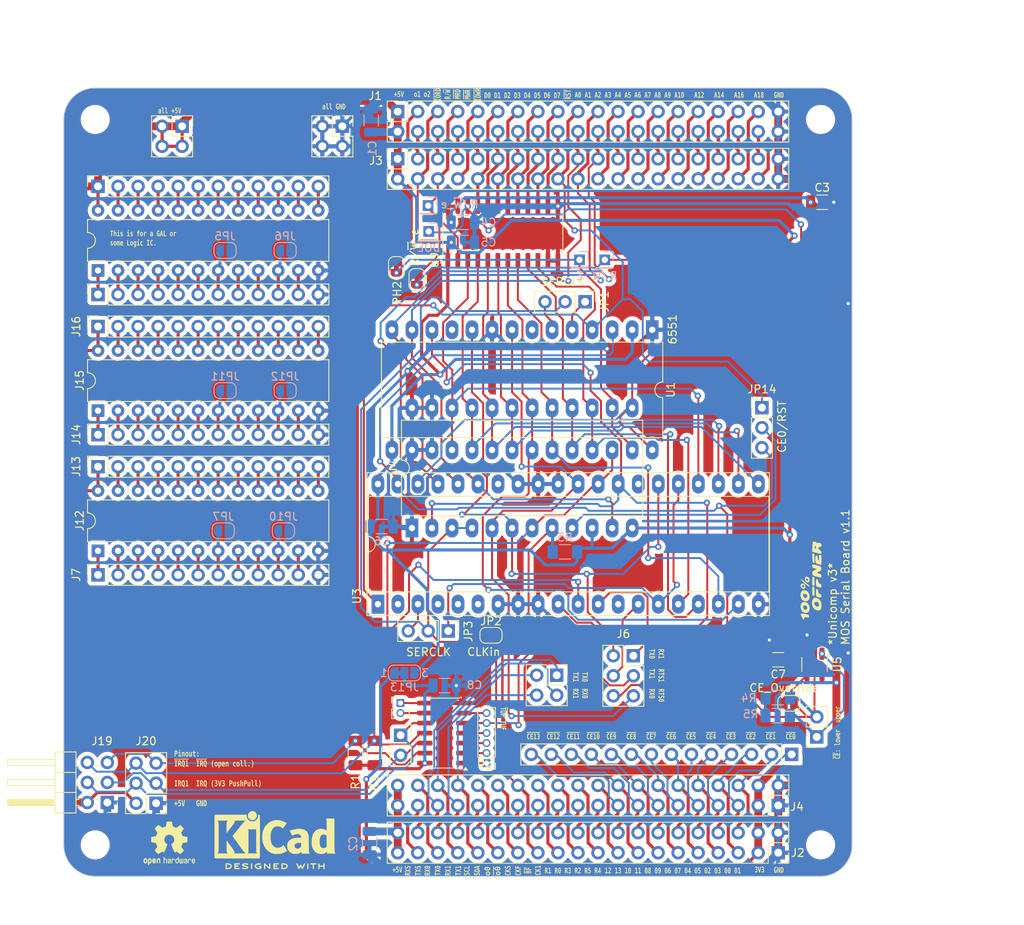
<source format=kicad_pcb>
(kicad_pcb (version 20240108) (generator "pcbnew") (generator_version "8.0")
  (layers (0 "F.Cu" signal) (31 "B.Cu" signal) (34 "B.Paste" user) (35 "F.Paste" user) (36 "B.SilkS" user "B.Silkscreen") (37 "F.SilkS" user "F.Silkscreen") (38 "B.Mask" user) (39 "F.Mask" user) (44 "Edge.Cuts" user))
  (net 0 "")
  (net 1 "/~{RST}")
  (net 2 "GND")
  (net 3 "/D7")
  (net 4 "/D6")
  (net 5 "/D5")
  (net 6 "/D4")
  (net 7 "/D3")
  (net 8 "/D2")
  (net 9 "/D1")
  (net 10 "/D0")
  (net 11 "+5V")
  (net 12 "/A2")
  (net 13 "/A1")
  (net 14 "/A0")
  (net 15 "+3V3")
  (net 16 "/CLKS")
  (net 17 "/R{slash}~{W}_e")
  (net 18 "/PHI2_e")
  (net 19 "/Bus/~{CE_EXT12}")
  (net 20 "/Bus/~{CE_EXT7}")
  (net 21 "/TX1")
  (net 22 "/Bus/~{CE_EXT11}")
  (net 23 "/Bus/~{CE_EXT9}")
  (net 24 "/RX1")
  (net 25 "/RX0")
  (net 26 "/Bus/~{CE_EXT8}")
  (net 27 "/Bus/~{CE_EXT10}")
  (net 28 "/Bus/~{CE_EXT4}")
  (net 29 "/Bus/~{CE_EXT5}")
  (net 30 "/Bus/~{CE_EXT13}")
  (net 31 "/Bus/~{CE_EXT2}")
  (net 32 "/TX0")
  (net 33 "/Bus/~{CE_EXT3}")
  (net 34 "/Bus/~{CE_EXT0}")
  (net 35 "/Bus/~{CE_EXT1}")
  (net 36 "/Bus/~{CE_EXT6}")
  (net 37 "+5VA")
  (net 38 "/Bus/DB7")
  (net 39 "/Bus/DB0")
  (net 40 "/Bus/DB2")
  (net 41 "/Bus/DB6")
  (net 42 "/Bus/DB3")
  (net 43 "/Bus/DB1")
  (net 44 "/Bus/DB5")
  (net 45 "/Bus/DB4")
  (net 46 "/E")
  (net 47 "/RW")
  (net 48 "/TX0A")
  (net 49 "/~{RTS0}")
  (net 50 "/TX1A")
  (net 51 "/RX0A")
  (net 52 "/RX1A")
  (net 53 "/~{RTS1}")
  (net 54 "Net-(JP1-A)")
  (net 55 "/SERCLK")
  (net 56 "Net-(JP1-B)")
  (net 57 "Net-(JP3-A)")
  (net 58 "Net-(JP3-B)")
  (net 59 "/~{IRQ}")
  (net 60 "/~{IRQ1}")
  (net 61 "/~{CE0}")
  (net 65 "Net-(J35-Pin_16)")
  (net 66 "Net-(J35-Pin_13)")
  (net 67 "Net-(J35-Pin_15)")
  (net 68 "Net-(J35-Pin_22)")
  (net 69 "Net-(J35-Pin_21)")
  (net 70 "Net-(J35-Pin_19)")
  (net 71 "Net-(J35-Pin_18)")
  (net 72 "Net-(J35-Pin_23)")
  (net 73 "Net-(J35-Pin_14)")
  (net 74 "Net-(J35-Pin_17)")
  (net 75 "Net-(J35-Pin_20)")
  (net 76 "Net-(J29-Pin_3)")
  (net 77 "Net-(J29-Pin_4)")
  (net 78 "Net-(J29-Pin_6)")
  (net 79 "Net-(J29-Pin_11)")
  (net 80 "Net-(J29-Pin_10)")
  (net 81 "Net-(J29-Pin_9)")
  (net 82 "Net-(J29-Pin_1)")
  (net 83 "Net-(J29-Pin_7)")
  (net 84 "Net-(J29-Pin_2)")
  (net 85 "Net-(J29-Pin_8)")
  (net 86 "Net-(J29-Pin_5)")
  (net 93 "/Bus/~{DOE}")
  (net 94 "Net-(J12-Pin_6)")
  (net 95 "Net-(J12-Pin_8)")
  (net 96 "Net-(J12-Pin_2)")
  (net 97 "Net-(J12-Pin_3)")
  (net 98 "Net-(J12-Pin_10)")
  (net 99 "Net-(J12-Pin_5)")
  (net 100 "Net-(J12-Pin_11)")
  (net 101 "Net-(J12-Pin_9)")
  (net 102 "Net-(J12-Pin_7)")
  (net 103 "Net-(J12-Pin_1)")
  (net 104 "Net-(J12-Pin_4)")
  (net 105 "Net-(J12-Pin_13)")
  (net 106 "Net-(J12-Pin_22)")
  (net 107 "Net-(J12-Pin_15)")
  (net 108 "Net-(J12-Pin_20)")
  (net 109 "Net-(J12-Pin_21)")
  (net 110 "Net-(J12-Pin_14)")
  (net 111 "Net-(J12-Pin_16)")
  (net 112 "Net-(J12-Pin_19)")
  (net 113 "Net-(J12-Pin_23)")
  (net 114 "Net-(J12-Pin_17)")
  (net 115 "Net-(J12-Pin_18)")
  (net 116 "Net-(J14-Pin_7)")
  (net 117 "Net-(J14-Pin_2)")
  (net 118 "Net-(J14-Pin_6)")
  (net 119 "Net-(J14-Pin_9)")
  (net 120 "Net-(J14-Pin_3)")
  (net 121 "Net-(J14-Pin_10)")
  (net 122 "Net-(J14-Pin_11)")
  (net 123 "Net-(J14-Pin_5)")
  (net 124 "Net-(J14-Pin_1)")
  (net 125 "Net-(J14-Pin_4)")
  (net 126 "Net-(J14-Pin_8)")
  (net 127 "Net-(J15-Pin_17)")
  (net 128 "Net-(J15-Pin_22)")
  (net 129 "Net-(J15-Pin_20)")
  (net 130 "Net-(J15-Pin_21)")
  (net 131 "Net-(J15-Pin_15)")
  (net 132 "Net-(J15-Pin_13)")
  (net 133 "Net-(J15-Pin_16)")
  (net 134 "Net-(J15-Pin_14)")
  (net 135 "Net-(J15-Pin_18)")
  (net 136 "Net-(J15-Pin_23)")
  (net 137 "Net-(J15-Pin_19)")
  (net 138 "Net-(J17-Pin_2)")
  (net 139 "Net-(J17-Pin_1)")
  (net 140 "Net-(J17-Pin_4)")
  (net 141 "Net-(J17-Pin_6)")
  (net 142 "Net-(J17-Pin_3)")
  (net 143 "Net-(J18-Pin_1)")
  (net 144 "Net-(J18-Pin_2)")
  (net 145 "Net-(JP13-C)")
  (net 146 "/IRQ")
  (net 147 "/IRQ1")
  (net 148 "Net-(JP14-C)")
  (net 149 "/A3")
  (net 150 "/A12")
  (net 151 "/~{MRD}")
  (net 152 "/A18")
  (net 153 "/A13")
  (net 154 "/A17")
  (net 155 "/A8")
  (net 156 "/A19")
  (net 157 "/A9")
  (net 158 "/~{IORD}")
  (net 159 "/A15")
  (net 160 "/A6")
  (net 161 "/A10")
  (net 162 "/~{IOWR}")
  (net 163 "/A7")
  (net 164 "/PHI1_e")
  (net 165 "/A5")
  (net 166 "/~{MWR}")
  (net 167 "/A11")
  (net 168 "/A14")
  (net 169 "/A16")
  (net 170 "/A4")
  (net 171 "/RES3")
  (net 172 "/RES5")
  (net 173 "/TXSTM")
  (net 174 "/SDA")
  (net 175 "/RES1")
  (net 176 "/RES0")
  (net 177 "/RES2")
  (net 178 "/CLK1")
  (net 179 "/SCL")
  (net 180 "/~{BUSFREE}")
  (net 181 "/CLKF")
  (net 182 "/RES4")
  (net 183 "/~{PH0}")
  (net 184 "/PH0")
  (net 185 "/RXSTM")
  (net 186 "/~{CE1}")
  (net 187 "/TUF")
  (footprint "Connector_PinSocket_2.54mm:PinSocket_2x02_P2.54mm_Vertical" (layer "F.Cu") (at 112.531 124.479)
    (property "Reference" "J27" (hide yes))
    (property "Value" "RXTX in" (hide yes))
  )
  (footprint "Connector_PinSocket_2.54mm:PinSocket_2x02_P2.54mm_Vertical" (layer "F.Cu") (at 65.024 54.864)
    (property "Reference" "J30" (hide yes))
    (property "Value" "Conn_02x02_Odd_Even" (hide yes))
  )
  (footprint "Connector_PinHeader_2.54mm:PinHeader_1x03_P2.54mm_Vertical" (layer "F.Cu") (at 138.557 90.551)
    (property "Reference" "JP14")
    (property "Value" "CE0/RST")
  )
  (footprint "Connector_PinSocket_2.54mm:PinSocket_1x12_P2.54mm_Vertical" (layer "F.Cu") (at 54.356 93.98 90)
    (property "Reference" "J14")
    (property "Value" "Conn_01x12")
  )
  (footprint "Package_DIP:DIP-24_W7.62mm" (layer "F.Cu") (at 54.356 108.712 90)
    (property "Reference" "J12")
    (property "Value" "GAL_20x10")
  )
  (footprint "Connector_PinSocket_2.54mm:PinSocket_2x20_P2.54mm_Vertical" (layer "F.Cu") (at 92.367 53 90)
    (property "Reference" "J1")
    (property "Value" "BUS" (hide yes))
  )
  (footprint "Package_DIP:DIP-28_W15.24mm_LongPads" (layer "F.Cu") (at 124.648 80.6748 -90)
    (property "Reference" "U1")
    (property "Value" "6551")
  )
  (footprint "Capacitor_SMD:C_1206_3216Metric" (layer "F.Cu") (at 146.2 64.5)
    (property "Reference" "C3")
    (property "Value" "100n")
  )
  (footprint "Connector_PinSocket_2.54mm:PinSocket_1x12_P2.54mm_Vertical" (layer "F.Cu") (at 54.356 111.76 90)
    (property "Reference" "J7")
    (property "Value" "Conn_01x12")
  )
  (footprint "Package_TO_SOT_SMD:SOT-23-5_HandSoldering" (layer "F.Cu") (at 145.222 123.11 -90)
    (property "Reference" "U5")
    (property "Value" "74AHC1G08")
  )
  (footprint "Jumper:SolderJumper-2_P1.3mm_Bridged_RoundedPad1.0x1.5mm" (layer "F.Cu") (at 94.8 74.325 -90)
    (property "Reference" "JP8" (hide yes))
    (property "Value" "R/~{W}_e")
  )
  (footprint "Connector_PinSocket_2.54mm:PinSocket_2x20_P2.54mm_Vertical" (layer "F.Cu") (at 140.627 141 -90)
    (property "Reference" "J4")
    (property "Value" "Spare" (hide yes))
  )
  (footprint "Connector_PinSocket_2.54mm:PinSocket_2x02_P2.54mm_Vertical" (layer "F.Cu") (at 85.344 54.864)
    (property "Reference" "J31" (hide yes))
    (property "Value" "Conn_02x02_Odd_Even" (hide yes))
  )
  (footprint "Connector_PinHeader_2.54mm:PinHeader_2x03_P2.54mm_Horizontal" (layer "F.Cu") (at 55.54 140.627 180)
    (property "Reference" "J19")
    (property "Value" "IRQ")
  )
  (footprint "Connector_PinHeader_2.54mm:PinHeader_1x03_P2.54mm_Vertical" (layer "F.Cu") (at 98.775 118.875 -90)
    (property "Reference" "JP3")
    (property "Value" "SERCLK")
  )
  (footprint "Connector_PinSocket_2.54mm:PinSocket_1x12_P2.54mm_Vertical" (layer "F.Cu") (at 54.356 98.044 90)
    (property "Reference" "J13")
    (property "Value" "Conn_01x12")
  )
  (footprint "Symbol:KiCad-Logo2_6mm_SilkScreen" (layer "F.Cu") (at 76.792514 144.704848)
    (property "Reference" "H5" (hide yes))
    (property "Value" "Logo kicad" (hide yes))
  )
  (footprint "Connector_PinSocket_2.54mm:PinSocket_1x12_P2.54mm_Vertical" (layer "F.Cu") (at 54.356 76.2 90)
    (property "Reference" "J29" (hide yes))
    (property "Value" "Conn_01x12" (hide yes))
  )
  (footprint "Package_DIP:DIP-24_W7.62mm" (layer "F.Cu") (at 54.356 90.932 90)
    (property "Reference" "J15")
    (property "Value" "GAL_20x10")
  )
  (footprint "Resistor_SMD:R_1206_3216Metric_Pad1.30x1.75mm_HandSolder" (layer "F.Cu") (at 89.4 134.35 90)
    (property "Reference" "R2")
    (property "Value" "1k")
  )
  (footprint "Connector_PinSocket_2.54mm:PinSocket_2x03_P2.54mm_Vertical" (layer "F.Cu") (at 122.25 122.02)
    (property "Reference" "J6")
    (property "Value" "Conn_02x03_Odd_Even" (hide yes))
  )
  (footprint "Jumper:SolderJumper-2_P1.3mm_Open_RoundedPad1.0x1.5mm" (layer "F.Cu") (at 141.975 128.05 180)
    (property "Reference" "JP4" (hide yes))
    (property "Value" "CE_Override")
  )
  (footprint "Symbol:OSHW-Logo2_7.3x6mm_SilkScreen" (layer "F.Cu") (at 63.4 145.8)
    (property "Reference" "H6" (hide yes))
    (property "Value" "Logo Open Source Hardware" (hide yes))
  )
  (footprint "Connector_PinHeader_1.27mm:PinHeader_1x06_P1.27mm_Vertical" (layer "F.Cu") (at 103.632 135.636 180)
    (property "Reference" "J17" (hide yes))
    (property "Value" "Conn_01x06" (hide yes))
  )
  (footprint "Connector_PinSocket_2.54mm:PinSocket_1x02_P2.54mm_Vertical" (layer "F.Cu") (at 145.517 132.314 180)
    (property "Reference" "J26" (hide yes))
    (property "Value" "Conn_01x02" (hide yes))
  )
  (footprint "Connector_PinSocket_2.54mm:PinSocket_2x20_P2.54mm_Vertical" (layer "F.Cu") (at 140.627 147 -90)
    (property "Reference" "J2")
    (property "Value" "BUS" (hide yes))
  )
  (footprint "Jumper:SolderJumper-2_P1.3mm_Bridged_RoundedPad1.0x1.5mm" (layer "F.Cu") (at 104.2 119.425)
    (property "Reference" "JP2")
    (property "Value" "CLKin")
  )
  (footprint "Package_SO:SOIC-14_3.9x8.7mm_P1.27mm" (layer "F.Cu") (at 98.275 131.826 180)
    (property "Reference" "U2")
    (property "Value" "74HC14")
  )
  (footprint "Package_DIP:DIP-40_W15.24mm_Socket_LongPads" (layer "F.Cu") (at 89.855 115.4778 90)
    (property "Reference" "U3")
    (property "Value" "65C52")
  )
  (footprint "MountingHole:MountingHole_3.2mm_M3" (layer "F.Cu") (at 146 54)
    (property "Reference" "H3" (hide yes))
    (property "Value" "M3" (hide yes))
  )
  (footprint "Connector_PinSocket_2.54mm:PinSocket_1x14_P2.54mm_Vertical" (layer "F.Cu") (at 142.325 134.525 -90)
    (property "Reference" "J11" (hide yes))
    (property "Value" "Conn_01x14" (hide yes))
  )
  (footprint "Connector_PinHeader_2.54mm:PinHeader_2x03_P2.54mm_Vertical" (layer "F.Cu") (at 61.722 140.716 180)
    (property "Reference" "J20")
    (property "Value" "Spare")
  )
  (footprint "Package_DIP:DIP-24_W7.62mm" (layer "F.Cu") (at 54.356 73.152 90)
    (property "Reference" "J35" (hide yes))
    (property "Value" "GAL_20x10" (hide yes))
  )
  (footprint "Connector_PinSocket_2.54mm:PinSocket_1x12_P2.54mm_Vertical" (layer "F.Cu") (at 54.356 62.484 90)
    (property "Reference" "J37" (hide yes))
    (property "Value" "Conn_01x12" (hide yes))
  )
  (footprint "Connector_PinSocket_2.54mm:PinSocket_2x20_P2.54mm_Vertical" (layer "F.Cu") (at 92.367 59 90)
    (property "Reference" "J3")
    (property "Value" "Spare" (hide yes))
  )
  (footprint "my_own:Logo_100ProzentOffner_10x2.7mm" (layer "F.Cu") (at 144.78 112.522 90)
    (property "Reference" "G***" (hide yes))
    (property "Value" "LOGO" (hide yes))
  )
  (footprint "Connector_PinHeader_2.54mm:PinHeader_1x03_P2.54mm_Vertical" (layer "F.Cu") (at 116.125 77.125 -90)
    (property "Reference" "JP1")
    (property "Value" "SERCLK")
  )
  (footprint "Jumper:SolderJumper-2_P1.3mm_Bridged_RoundedPad1.0x1.5mm" (layer "F.Cu") (at 92.2 72.8 -90)
    (property "Reference" "JP9" (hide yes))
    (property "Value" "PH2")
  )
  (footprint "Package_SO:SO-24_5.3x15mm_P1.27mm" (layer "F.Cu") (at 105.699717 68.45708 90)
    (property "Reference" "U9")
    (property "Value" "SN74LVCC4245ANSR" (hide yes))
  )
  (footprint "MountingHole:MountingHole_3.2mm_M3" (layer "F.Cu") (at 54 54)
    (property "Reference" "H1" (hide yes))
    (property "Value" "M3" (hide yes))
  )
  (footprint "MountingHole:MountingHole_3.2mm_M3" (layer "F.Cu") (at 54 146)
    (property "Reference" "H2" (hide yes))
    (property "Value" "M3" (hide yes))
  )
  (footprint "Capacitor_SMD:C_1206_3216Metric" (layer "F.Cu") (at 140.625 122.525 180)
    (property "Reference" "C7")
    (property "Value" "100n")
  )
  (footprint "Package_DIP:DIP-24_W15.24mm_LongPads" (layer "F.Cu") (at 94.168 105.8208 90)
    (property "Reference" "U4")
    (property "Value" "MC6850")
  )
  (footprint "Connector_PinSocket_2.54mm:PinSocket_1x02_P2.54mm_Vertical" (layer "F.Cu") (at 92.735 132.1)
    (property "Reference" "J21" (hide yes))
    (property "Value" "Conn_01x02" (hide yes))
  )
  (footprint "Connector_PinSocket_2.54mm:PinSocket_1x12_P2.54mm_Vertical" (layer "F.Cu") (at 54.356 80.264 90)
    (property "Reference" "J16")
    (property "Value" "Conn_01x12")
  )
  (footprint "Connector_PinHeader_1.27mm:PinHeader_1x02_P1.27mm_Vertical" (layer "F.Cu") (at 92.71 128.016)
    (property "Reference" "J18" (hide yes))
    (property "Value" "Conn_01x02" (hide yes))
  )
  (footprint "MountingHole:MountingHole_3.2mm_M3" (layer "F.Cu") (at 146 146)
    (property "Reference" "H4" (hide yes))
    (property "Value" "M3" (hide yes))
  )
  (footprint "Resistor_SMD:R_1206_3216Metric_Pad1.30x1.75mm_HandSolder" (layer "F.Cu") (at 87 134.35 90)
    (property "Reference" "R1")
    (property "Value" "1k")
  )
  (footprint "Capacitor_SMD:C_1206_3216Metric" (layer "B.Cu") (at 88.8 145.775 -90)
    (property "Reference" "C2")
    (property "Value" "100n")
  )
  (footprint "Jumper:SolderJumper-2_P1.3mm_Open_RoundedPad1.0x1.5mm" (layer "B.Cu") (at 70.246 106.172 180)
    (property "Reference" "JP7")
    (property "Value" "GND")
  )
  (footprint "Connector_PinHeader_2.00mm:PinHeader_1x01_P2.00mm_Vertical" (layer "B.Cu") (at 115.425 71.8 180)
    (property "Reference" "J8" (hide yes))
    (property "Value" "E")
  )
  (footprint "Resistor_SMD:R_1206_3216Metric_Pad1.30x1.75mm_HandSolder" (layer "B.Cu") (at 140.575 127.325)
    (property "Reference" "R4")
    (property "Value" "10k" (hide yes))
  )
  (footprint "Jumper:SolderJumper-3_P1.3mm_Bridged12_RoundedPad1.0x1.5mm_NumberLabels" (layer "B.Cu") (at 93.218 124.206)
    (property "Reference" "JP13")
    (property "Value" "IRQ_Vcc")
  )
  (footprint "Jumper:SolderJumper-2_P1.3mm_Open_RoundedPad1.0x1.5mm" (layer "B.Cu") (at 70.47 70.612 180)
    (property "Reference" "JP5")
    (property "Value" "GND")
  )
  (footprint "Capacitor_SMD:C_1206_3216Metric" (layer "B.Cu") (at 100.633 69.596)
    (property "Reference" "C5")
    (property "Value" "100n" (hide yes))
  )
  (footprint "Connector_PinHeader_2.00mm:PinHeader_1x01_P2.00mm_Vertical" (layer "B.Cu") (at 118.625 71.8 180)
    (property "Reference" "J9" (hide yes))
    (property "Value" "R/~{W}")
  )
  (footprint "Jumper:SolderJumper-2_P1.3mm_Open_RoundedPad1.0x1.5mm" (layer "B.Cu") (at 70.47 88.392 180)
    (property "Reference" "JP11")
    (property "Value" "GND")
  )
  (footprint "Connector_PinHeader_2.00mm:PinHeader_1x01_P2.00mm_Vertical" (layer "B.Cu") (at 96.3 68.2 180)
    (property "Reference" "J10" (hide yes))
    (property "Value" "~{DOE}")
  )
  (footprint "Resistor_SMD:R_1206_3216Metric_Pad1.30x1.75mm_HandSolder" (layer "B.Cu") (at 113.564 108.839 180)
    (property "Reference" "R3")
    (property "Value" "1k")
  )
  (footprint "Connector_PinHeader_2.00mm:PinHeader_1x01_P2.00mm_Vertical" (layer "B.Cu") (at 96.225 64.925 180)
    (property "Reference" "J5" (hide yes))
    (property "Value" "R/~{W}_e")
  )
  (footprint "Resistor_SMD:R_1206_3216Metric_Pad1.30x1.75mm_HandSolder" (layer "B.Cu") (at 140.55 129.625)
    (property "Reference" "R5")
    (property "Value" "10k" (hide yes))
  )
  (footprint "Jumper:SolderJumper-2_P1.3mm_Open_RoundedPad1.0x1.5mm" (layer "B.Cu") (at 78.09 88.392 180)
    (property "Reference" "JP12")
    (property "Value" "GND")
  )
  (footprint "Jumper:SolderJumper-2_P1.3mm_Open_RoundedPad1.0x1.5mm" (layer "B.Cu") (at 78.09 70.612 180)
    (property "Reference" "JP6")
    (property "Value" "GND")
  )
  (footprint "Capacitor_SMD:C_1206_3216Metric" (layer "B.Cu") (at 89 54.125 90)
    (property "Reference" "C1")
    (property "Value" "100n" (hide yes))
  )
  (footprint "Capacitor_SMD:C_1206_3216Metric" (layer "B.Cu") (at 98.325 125.8)
    (property "Reference" "C8")
    (property "Value" "100n")
  )
  (footprint "Jumper:SolderJumper-2_P1.3mm_Open_RoundedPad1.0x1.5mm" (layer "B.Cu") (at 77.866 106.166 180)
    (property "Reference" "JP10")
    (property "Value" "GND")
  )
  (footprint "Capacitor_SMD:C_1206_3216Metric" (layer "B.Cu") (at 90.325 105.625)
    (property "Reference" "C6")
    (property "Value" "100n")
  )
  (footprint "Capacitor_SMD:C_1206_3216Metric" (layer "B.Cu") (at 100.633 67.056)
    (property "Reference" "C4")
    (property "Value" "100n" (hide yes))
  )
  (gr_line (start 50 54) (end 50 146) (stroke (width 0.1)) (layer "Edge.Cuts"))
  (gr_arc (start 50 54) (mid 51.171571 51.17157) (end 54 50) (stroke (width 0.1)) (layer "Edge.Cuts"))
  (gr_arc (start 146 50) (mid 148.828425 51.171573) (end 150 54) (stroke (width 0.1)) (layer "Edge.Cuts"))
  (gr_arc (start 150 146) (mid 148.828425 148.828424) (end 146 149.999995) (stroke (width 0.1)) (layer "Edge.Cuts"))
  (gr_line (start 150 146) (end 150 54) (stroke (width 0.1)) (layer "Edge.Cuts"))
  (gr_line (start 146 50) (end 54 50) (stroke (width 0.1)) (layer "Edge.Cuts"))
  (gr_arc (start 54 150) (mid 51.171571 148.828427) (end 50 146) (stroke (width 0.1)) (layer "Edge.Cuts"))
  (gr_line (start 146 150) (end 54 150) (stroke (width 0.1)) (layer "Edge.Cuts"))
  (gr_text "TXS" (at 95.4 149.9 90) (layer "F.SilkS") (effects (font (size 0.7 0.5) (thickness 0.1) (bold yes)) (justify left bottom)))
  (gr_text "CKF" (at 108.1 149.9 90) (layer "F.SilkS") (effects (font (size 0.7 0.5) (thickness 0.1) (bold yes)) (justify left bottom)))
  (gr_text "~{CE}: lower  upper  " (at 148.59 135.128 90) (layer "F.SilkS") (effects (font (size 0.7 0.5) (thickness 0.1) (bold yes)) (justify left bottom)))
  (gr_text "all +5V\n" (at 61.976 53.34 0) (layer "F.SilkS") (effects (font (size 0.7 0.5) (thickness 0.1) (bold yes)) (justify left bottom)))
  (gr_text "all GND\n" (at 82.804 52.832 0) (layer "F.SilkS") (effects (font (size 0.7 0.5) (thickness 0.1) (bold yes)) (justify left bottom)))
  (gr_text "+5V   o1 o2" (at 91.8972 51.2572 0) (layer "F.SilkS") (effects (font (size 0.7 0.5) (thickness 0.1) (bold yes)) (justify left bottom)))
  (gr_text "TX0" (at 97.9 149.9 90) (layer "F.SilkS") (effects (font (size 0.7 0.5) (thickness 0.1) (bold yes)) (justify left bottom)))
  (gr_text "SCL" (at 101.6 149.9 90) (layer "F.SilkS") (effects (font (size 0.7 0.5) (thickness 0.1) (bold yes)) (justify left bottom)))
  (gr_text "3V3" (at 137.6172 149.606 0) (layer "F.SilkS") (effects (font (size 0.7 0.5) (thickness 0.1) (bold yes)) (justify left bottom)))
  (gr_text "This is for a GAL or\nsome Logic IC." (at 55.88 70.104 0) (layer "F.SilkS") (effects (font (size 0.7 0.5) (thickness 0.1) (bold yes)) (justify left bottom)))
  (gr_text "Pinout:\n~{IRQ1}  ~{IRQ} (open coll.)\n\nIRQ1  IRQ (3V3 PushPull)\n\n+5V   GND" (at 64.008 141.224 0) (layer "F.SilkS") (effects (font (size 0.75 0.55) (thickness 0.1) (bold yes)) (justify left bottom)))
  (gr_text "R/~{W}" (at 99.1616 51.4604 90) (layer "F.SilkS") (effects (font (size 0.7 0.5) (thickness 0.1) (bold yes)) (justify left bottom)))
  (gr_text "~{BF}" (at 109.41174 149.658466 90) (layer "F.SilkS") (effects (font (size 0.7 0.5) (thickness 0.1) (bold yes)) (justify left bottom)))
  (gr_text "~{RST}" (at 114.4524 51.4604 90) (layer "F.SilkS") (effects (font (size 0.7 0.5) (thickness 0.1) (bold yes)) (justify left bottom)))
  (gr_text "~{o0}" (at 105.5 149.9 90) (layer "F.SilkS") (effects (font (size 0.7 0.7) (thickness 0.1) (bold yes)) (justify left bottom)))
  (gr_text "~{IOWR}" (at 103.0224 51.7144 90) (layer "F.SilkS") (effects (font (size 0.7 0.5) (thickness 0.1) (bold yes)) (justify left bottom)))
  (gr_text "~{CE13}  ~{CE12}  ~{CE11}  ~{CE10}  ~{CE9}   ~{CE8}   ~{CE7}   ~{CE6}   ~{CE5}   ~{CE4}   ~{CE3}   ~{CE2}   ~{CE1}   ~{CE0}" (at 108.725 132.725 0) (layer "F.SilkS") (effects (font (size 0.7 0.5) (thickness 0.1) (bold yes)) (justify left bottom)))
  (gr_text "D0 D1 D2 D3 D4 D5 D6 D7" (at 103.3272 51.4096 0) (layer "F.SilkS") (effects (font (size 0.7 0.5) (thickness 0.1) (bold yes)) (justify left bottom)))
  (gr_text "*Unicomp v3*\nMOS Serial Board v1.1" (at 148.3416 120.753995 90) (layer "F.SilkS") (effects (font (size 1 1)) (justify left)))
  (gr_text "RX1   RTS1  RTS0\nTX0   TX1   RX0" (at 124.15 121.15 270) (layer "F.SilkS") (effects (font (size 0.7 0.5) (thickness 0.1) (bold yes)) (justify left bottom)))
  (gr_text "RXS" (at 94.1 149.9 90) (layer "F.SilkS") (effects (font (size 0.7 0.5) (thickness 0.1) (bold yes)) (justify left bottom)))
  (gr_text "+5V" (at 91.694 149.606 0) (layer "F.SilkS") (effects (font (size 0.7 0.5) (thickness 0.1) (bold yes)) (justify left bottom)))
  (gr_text "SDA" (at 102.9 149.9 90) (layer "F.SilkS") (effects (font (size 0.7 0.5) (thickness 0.1) (bold yes)) (justify left bottom)))
  (gr_text "RX0" (at 96.6 149.9 90) (layer "F.SilkS") (effects (font (size 0.7 0.5) (thickness 0.1) (bold yes)) (justify left bottom)))
  (gr_text "~{MRD}\n" (at 100.4316 51.4096 90) (layer "F.SilkS") (effects (font (size 0.7 0.5) (thickness 0.1) (bold yes)) (justify left bottom)))
  (gr_text "RX1" (at 99.2 149.9 90) (layer "F.SilkS") (effects (font (size 0.7 0.5) (thickness 0.1) (bold yes)) (justify left bottom)))
  (gr_text "R1 R0 R3 R2 R5 R4" (at 110.998 149.733 0) (layer "F.SilkS") (effects (font (size 0.7 0.5) (thickness 0.1) (bold yes)) (justify left bottom)))
  (gr_text "o0" (at 104.2 149.9 90) (layer "F.SilkS") (effects (font (size 0.7 0.7) (thickness 0.1) (bold yes)) (justify left bottom)))
  (gr_text "~{TUF} TUF" (at 105.283 128.524 270) (layer "F.SilkS") (effects (font (size 0.7 0.5) (thickness 0.1) (bold yes)) (justify left bottom)))
  (gr_text "~{MWR}" (at 101.7016 51.4604 90) (layer "F.SilkS") (effects (font (size 0.7 0.5) (thickness 0.1) (bold yes)) (justify left bottom)))
  (gr_text "~{IORD}" (at 97.9424 51.7144 90) (layer "F.SilkS") (effects (font (size 0.7 0.5) (thickness 0.1) (bold yes)) (justify left bottom)))
  (gr_text "12 13 10 11 08 09 06 07 04 05 02 03 00 01" (at 118.618 149.733 0) (layer "F.SilkS") (effects (font (size 0.7 0.5) (thickness 0.1) (bold yes)) (justify left bottom)))
  (gr_text "CKS" (at 106.8 149.9 90) (layer "F.SilkS") (effects (font (size 0.7 0.5) (thickness 0.1) (bold yes)) (justify left bottom)))
  (gr_text "TX1" (at 100.5 149.9 90) (layer "F.SilkS") (effects (font (size 0.7 0.5) (thickness 0.1) (bold yes)) (justify left bottom)))
  (gr_text "CK1" (at 110.617 149.86 90) (layer "F.SilkS") (effects (font (size 0.7 0.5) (thickness 0.1) (bold yes)) (justify left bottom)))
  (gr_text "TX0  RX0\nTX1  RX1" (at 114.475 124.075 270) (layer "F.SilkS") (effects (font (size 0.7 0.5) (thickness 0.1) (bold yes)) (justify left bottom)))
  (gr_text "A0 A1 A2 A3 A4 A5 A6 A7 A8 A9 A10   A12   A14   A16   A18   GND\n" (at 114.808 51.3588 0) (layer "F.SilkS") (effects (font (size 0.7 0.5) (thickness 0.1) (bold yes)) (justify left bottom)))
  (gr_text "GND" (at 140.0556 149.6568 0) (layer "F.SilkS") (effects (font (size 0.7 0.5) (thickness 0.1) (bold yes)) (justify left bottom)))
  (segment (start 113.95 60.200705) (end 112.7 61.450705) (width 0.4) (layer "F.Cu") (net 1))
  (segment (start 113.95 58.007) (end 113.95 60.200705) (width 0.4) (layer "F.Cu") (net 1))
  (segment (start 112.7 56.757) (end 113.95 58.007) (width 0.4) (layer "F.Cu") (net 1))
  (segment (start 113.537 66.801) (end 114.808 68.072) (width 0.25) (layer "F.Cu") (net 1))
  (segment (start 113.537 62.39) (end 113.537 66.801) (width 0.25) (layer "F.Cu") (net 1))
  (segment (start 112.7 55.54) (end 112.7 56.757) (width 0.4) (layer "F.Cu") (net 1))
  (segment (start 91.375 77.575) (end 96.875 77.575) (width 0.25) (layer "F.Cu") (net 1))
  (segment (start 88.075 80.875) (end 91.375 77.575) (width 0.25) (layer "F.Cu") (net 1))
  (segment (start 112.687 61.54) (end 113.537 62.39) (width 0.25) (layer "F.Cu") (net 1))
  (segment (start 89.855 115.4778) (end 88.075 113.6978) (width 0.25) (layer "F.Cu") (net 1))
  (segment (start 88.075 113.6978) (end 88.075 80.875) (width 0.25) (layer "F.Cu") (net 1))
  (via (at 96.875 77.575) (size 0.8) (drill 0.4) (layers "F.Cu" "B.Cu") (net 1))
  (via (at 114.808 68.072) (size 0.8) (drill 0.4) (layers "F.Cu" "B.Cu") (net 1))
  (segment (start 117.028 80.6748) (end 120.904 76.7988) (width 0.25) (layer "B.Cu") (net 1))
  (segment (start 121.8838 76.7988) (end 123.444 78.359) (width 0.25) (layer "B.Cu") (net 1))
  (segment (start 134.239 84.709) (end 138.557 89.027) (width 0.25) (layer "B.Cu") (net 1))
  (segment (start 117.028 80.6748) (end 115.1032 78.75) (width 0.25) (layer "B.Cu") (net 1))
  (segment (start 116.897 68.072) (end 114.808 68.072) (width 0.25) (layer "B.Cu") (net 1))
  (segment (start 123.444 78.359) (end 123.444 83.947) (width 0.25) (layer "B.Cu") (net 1))
  (segment (start 120.904 72.079) (end 116.897 68.072) (width 0.25) (layer "B.Cu") (net 1))
  (segment (start 98.05 78.75) (end 96.875 77.575) (width 0.25) (layer "B.Cu") (net 1))
  (segment (start 124.206 84.709) (end 134.239 84.709) (width 0.25) (layer "B.Cu") (net 1))
  (segment (start 123.444 83.947) (end 124.206 84.709) (width 0.25) (layer "B.Cu") (net 1))
  (segment (start 138.557 89.027) (end 138.557 90.551) (width 0.25) (layer "B.Cu") (net 1))
  (segment (start 115.1032 78.75) (end 98.05 78.75) (width 0.25) (layer "B.Cu") (net 1))
  (segment (start 120.904 76.7988) (end 120.904 72.079) (width 0.25) (layer "B.Cu") (net 1))
  (segment (start 120.904 76.7988) (end 121.8838 76.7988) (width 0.25) (layer "B.Cu") (net 1))
  (segment (start 149.5 64.5) (end 149.5 77.35) (width 1) (layer "F.Cu") (net 2))
  (segment (start 147.65 64.5) (end 149.5 64.5) (width 1) (layer "F.Cu") (net 2))
  (segment (start 147.14 138.46) (end 140.627 138.46) (width 1) (layer "F.Cu") (net 2))
  (segment (start 140.627 53) (end 140.627 61.54) (width 1) (layer "F.Cu") (net 2))
  (segment (start 139.15 121.896944) (end 139.5 121.546944) (width 0.4) (layer "F.Cu") (net 2))
  (segment (start 94.168 90.5808) (end 94.168 86.4818) (width 0.4) (layer "F.Cu") (net 2))
  (segment (start 111.414717 71.91958) (end 112.684717 71.91958) (width 0.4) (layer "F.Cu") (net 2))
  (segment (start 140.627 138.46) (end 140.627 147) (width 1) (layer "F.Cu") (net 2))
  (segment (start 100.75 128.016) (end 99.799982 127.065982) (width 0.4) (layer "F.Cu") (net 2))
  (segment (start 122.243147 83.079653) (end 118.910415 83.079653) (width 0.4) (layer "F.Cu") (net 2))
  (segment (start 147.94 61.54) (end 149.5 63.1) (width 1) (layer "F.Cu") (net 2))
  (segment (start 96.708 90.5808) (end 96.708 95.9148) (width 0.25) (layer "F.Cu") (net 2))
  (segment (start 94.168 86.4818) (end 93.614 85.9278) (width 0.4) (layer "F.Cu") (net 2))
  (segment (start 149.5 121.666) (end 149.5 136.1) (width 1) (layer "F.Cu") (net 2))
  (segment (start 139.15 122.525) (end 139.15 121.896944) (width 0.4) (layer "F.Cu") (net 2))
  (segment (start 140.627 61.54) (end 147.94 61.54) (width 1) (layer "F.Cu") (net 2))
  (segment (start 139.5 121.546944) (end 139.5 120.025) (width 0.4) (layer "F.Cu") (net 2))
  (segment (start 149.5 63.1) (end 149.5 64.5) (width 1) (layer "F.Cu") (net 2))
  (segment (start 82.296 73.152) (end 82.296 76.2) (width 0.4) (layer "F.Cu") (net 2))
  (segment (start 144.272 121.76) (end 144.272 119.38) (width 0.25) (layer "F.Cu") (net 2))
  (segment (start 149.5 77.35) (end 149.5 121.666) (width 1) (layer "F.Cu") (net 2))
  (segment (start 99.799982 127.065982) (end 99.799982 125.799991) (width 0.4) (layer "F.Cu") (net 2))
  (segment (start 82.296 90.932) (end 82.296 93.98) (width 0.4) (layer "F.Cu") (net 2))
  (segment (start 124.648 80.6748) (end 122.243147 83.079653) (width 0.4) (layer "F.Cu") (net 2))
  (segment (start 149.5 136.1) (end 147.14 138.46) (width 1) (layer "F.Cu") (net 2))
  (segment (start 94.168 90.5808) (end 94.168 95.9148) (width 0.25) (layer "F.Cu") (net 2))
  (segment (start 112.684717 71.91958) (end 112.684717 64.99458) (width 0.4) (layer "F.Cu") (net 2))
  (segment (start 82.296 108.712) (end 82.296 111.76) (width 0.4) (layer "F.Cu") (net 2))
  (via (at 118.910415 83.079653) (size 0.8) (drill 0.4) (layers "F.Cu" "B.Cu") (net 2))
  (via (at 139.5 120.025) (size 0.8) (drill 0.4) (layers "F.Cu" "B.Cu") (net 2))
  (via (at 147.675 64.5) (size 0.8) (drill 0.4) (layers "F.Cu" "B.Cu") (net 2))
  (via (at 149.5 121.666) (size 0.8) (drill 0.4) (layers "F.Cu" "B.Cu") (net 2))
  (via (at 112.68472 64.994583) (size 0.8) (drill 0.4) (layers "F.Cu" "B.Cu") (net 2))
  (via (at 144.272 119.38) (size 0.8) (drill 0.4) (layers "F.Cu" "B.Cu") (net 2))
  (via (at 93.614 85.9278) (size 0.8) (drill 0.4) (layers "F.Cu" "B.Cu") (net 2))
  (via (at 149.5 77.35) (size 0.8) (drill 0.4) (layers "F.Cu" "B.Cu") (net 2))
  (via (at 99.799982 125.799991) (size 0.8) (drill 0.4) (layers "F.Cu" "B.Cu") (net 2))
  (segment (start 90.85 50.8) (end 89 52.65) (width 1) (layer "B.Cu") (net 2))
  (segment (start 71.12 88.392) (end 73.152 86.36) (width 0.4) (layer "B.Cu") (net 2))
  (segment (start 93.9722 105.625) (end 94.168 105.8208) (width 0.4) (layer "B.Cu") (net 2))
  (segment (start 61.722 148.336) (end 61.849 148.463) (width 1) (layer "B.Cu") (net 2))
  (segment (start 96.135 101.134856) (end 95.432056 101.8378) (width 0.4) (layer "B.Cu") (net 2))
  (segment (start 146.824998 65.350002) (end 142.546464 65.350002) (width 0.4) (layer "B.Cu") (net 2))
  (segment (start 84.836 70.104) (end 84.836 73.152) (width 1) (layer "B.Cu") (net 2))
  (segment (start 84.836 73.152) (end 84.836 90.932) (width 1) (layer "B.Cu") (net 2))
  (segment (start 85.344 57.404) (end 85.344 54.864) (width 0.4) (layer "B.Cu") (net 2))
  (segment (start 127.2242 80.6748) (end 130.549 77.35) (width 0.4) (layer "B.Cu") (net 2))
  (segment (start 82.804 54.864) (end 85.344 54.864) (width 0.4) (layer "B.Cu") (net 2))
  (segment (start 106.035 98.6378) (end 96.977944 98.6378) (width 0.4) (layer "B.Cu") (net 2))
  (segment (start 82.296 108.712) (end 84.836 108.712) (width 0.4) (layer "B.Cu") (net 2))
  (segment (start 70.896 106.172) (end 72.42 104.648) (width 0.4) (layer "B.Cu") (net 2))
  (segment (start 147.675 64.5) (end 146.824998 65.350002) (width 0.4) (layer "B.Cu") (net 2))
  (segment (start 139.5 119.825) (end 138.115 118.44) (width 0.4) (layer "B.Cu") (net 2))
  (segment (start 89 52.65) (end 87.558 52.65) (width 0.4) (layer "B.Cu") (net 2))
  (segment (start 140.627 147) (end 138.427 149.2) (width 1) (layer "B.Cu") (net 2))
  (segment (start 97.267 82.2748) (end 93.614 85.9278) (width 0.4) (layer "B.Cu") (net 2))
  (segment (start 73.152 86.36) (end 78.74 86.36) (width 0.4) (layer "B.Cu") (net 2))
  (segment (start 112.997303 64.682) (end 112.68472 64.994583) (width 0.4) (layer "B.Cu") (net 2))
  (segment (start 94.168 90.5808) (end 96.708 90.5808) (width 0.25) (layer "B.Cu") (net 2))
  (segment (start 78.74 86.36) (end 79.756 86.36) (width 0.4) (layer "B.Cu") (net 2))
  (segment (start 82.804 57.404) (end 85.344 57.404) (width 0.4) (layer "B.Cu") (net 2))
  (segment (start 78.516 106.166) (end 78.516 104.872) (width 0.4) (layer "B.Cu") (net 2))
  (segment (start 78.516 104.872) (end 78.74 104.648) (width 0.4) (layer "B.Cu") (net 2))
  (segment (start 110.175 115.883384) (end 110.175 116.2398) (width 0.4) (layer "B.Cu") (net 2))
  (segment (start 113.3222 118.625) (end 110.175 115.4778) (width 0.4) (layer "B.Cu") (net 2))
  (segment (start 61.849 148.463) (end 62.586 149.2) (width 1) (layer "B.Cu") (net 2))
  (segment (start 147.214 119.38) (end 149.5 121.666) (width 0.25) (layer "B.Cu") (net 2))
  (segment (start 87.558 52.65) (end 85.344 54.864) (width 0.4) (layer "B.Cu") (net 2))
  (segment (start 140.627 53) (end 138.427 50.8) (width 1) (layer "B.Cu") (net 2))
  (segment (start 105.095 115.4778) (end 105.095 120.504973) (width 0.4) (layer "B.Cu") (net 2))
  (segment (start 80.264 104.648) (end 82.296 106.68) (width 0.4) (layer "B.Cu") (net 2))
  (segment (start 130.549 77.35) (end 149.5 77.35) (width 0.4) (layer "B.Cu") (net 2))
  (segment (start 78.74 68.58) (end 79.248 68.58) (width 0.4) (layer "B.Cu") (net 2))
  (segment (start 124.648 80.6748) (end 127.2242 80.6748) (width 0.4) (layer "B.Cu") (net 2))
  (segment (start 138.115 118.44) (end 138.115 115.4778) (width 0.4) (layer "B.Cu") (net 2))
  (segment (start 139.5 120.025) (end 139.5 119.825) (width 0.4) (layer "B.Cu") (net 2))
  (segment (start 73.152 68.58) (end 78.74 68.58) (width 0.4) (layer "B.Cu") (net 2))
  (segment (start 106.732853 83.079653) (end 118.910415 83.079653) (width 0.4) (layer "B.Cu") (net 2))
  (segment (start 144.272 119.38) (end 147.214 119.38) (width 0.25) (layer "B.Cu") (net 2))
  (segment (start 107.635 100.2378) (end 106.035 98.6378) (width 0.4) (layer "B.Cu") (net 2))
  (segment (start 96.135 99.480744) (end 96.135 101.134856) (width 0.4) (layer "B.Cu") (net 2))
  (segment (start 102.108 69.596) (end 102.108 67.056) (width 0.4) (layer "B.Cu") (net 2))
  (segment (start 138.427 149.2) (end 90.75 149.2) (width 1) (layer "B.Cu") (net 2))
  (segment (start 55.54 140.627) (end 55.54 142.154) (width 1) (layer "B.Cu") (net 2))
  (segment (start 91.195 98.8878) (end 91.195 105.02) (width 0.4) (layer "B.Cu") (net 2))
  (segment (start 91.8 105.625) (end 93.9722 105.625) (width 0.4) (layer "B.Cu") (net 2))
  (segment (start 104.328 80.6748) (end 102.728 82.2748) (width 0.4) (layer "B.Cu") (net 2))
  (segment (start 82.296 73.152) (end 84.836 73.152) (width 0.4) (layer "B.Cu") (net 2))
  (segment (start 141.878462 64.682) (end 112.997303 64.682) (width 0.4) (layer "B.Cu") (net 2))
  (segment (start 82.296 90.932) (end 84.836 90.932) (width 0.4) (layer "B.Cu") (net 2))
  (segment (start 138.427 50.8) (end 90.85 50.8) (width 1) (layer "B.Cu") (net 2))
  (segment (start 79.248 68.58) (end 82.296 71.628) (width 0.4) (layer "B.Cu") (net 2))
  (segment (start 78.74 70.612) (end 78.74 68.58) (width 0.4) (layer "B.Cu") (net 2))
  (segment (start 86.868 68.072) (end 84.836 70.104) (width 1) (layer "B.Cu") (net 2))
  (segment (start 72.42 104.648) (end 78.74 104.648) (width 0.4) (layer "B.Cu") (net 2))
  (segment (start 138.1 118.625) (end 113.3222 118.625) (width 0.4) (layer "B.Cu") (net 2))
  (segment (start 62.586 149.2) (end 90.75 149.2) (width 1) (layer "B.Cu") (net 2))
  (segment (start 61.722 140.716) (end 61.722 148.336) (width 1) (layer "B.Cu") (net 2))
  (segment (start 91.195 105.02) (end 91.8 105.625) (width 0.4) (layer "B.Cu") (net 2))
  (segment (start 82.296 106.68) (end 82.296 108.712) (width 0.4) (layer "B.Cu") (net 2))
  (segment (start 78.74 88.392) (end 78.74 86.36) (width 0.4) (layer "B.Cu") (net 2))
  (segment (start 55.54 142.154) (end 61.849 148.463) (width 1) (layer "B.Cu") (net 2))
  (segment (start 71.12 70.612) (end 73.152 68.58) (width 0.4) (layer "B.Cu") (net 2))
  (segment (start 90.75 149.2) (end 88.8 147.25) (width 1) (layer "B.Cu") (net 2))
  (segment (start 82.296 71.628) (end 82.296 73.152) (width 0.4) (layer "B.Cu") (net 2))
  (segment (start 86.868 54.782) (end 86.868 68.072) (width 1) (layer "B.Cu") (net 2))
  (segment (start 95.432056 101.8378) (end 94.249 101.8378) (width 0.4) (layer "B.Cu") (net 2))
  (segment (start 104.169417 64.994583) (end 112.68472 64.994583) (width 0.4) (layer "B.Cu") (net 2))
  (segment (start 112.715 100.2378) (end 107.635 100.2378) (width 0.4) (layer "B.Cu") (net 2))
  (segment (start 94.249 101.8378) (end 93.735 101.3238) (width 0.4) (layer "B.Cu") (net 2))
  (segment (start 96.977944 98.6378) (end 96.135 99.480744) (width 0.4) (layer "B.Cu") (net 2))
  (segment (start 104.328 80.6748) (end 106.732853 83.079653) (width 0.4) (layer "B.Cu") (net 2))
  (segment (start 139.5 120.025) (end 138.1 118.625) (width 0.4) (layer "B.Cu") (net 2))
  (segment (start 78.74 104.648) (end 80.264 104.648) (width 0.4) (layer "B.Cu") (net 2))
  (segment (start 142.546464 65.350002) (end 141.878462 64.682) (width 0.4) (layer "B.Cu") (net 2))
  (segment (start 84.836 90.932) (end 84.836 108.712) (width 1) (layer "B.Cu") (net 2))
  (segment (start 102.108 67.056) (end 104.169417 64.994583) (width 0.4) (layer "B.Cu") (net 2))
  (segment (start 82.296 88.9) (end 82.296 90.932) (width 0.4) (layer "B.Cu") (net 2))
  (segment (start 94.168 95.9148) (end 91.195 98.8878) (width 0.4) (layer "B.Cu") (net 2))
  (segment (start 93.735 101.3238) (end 93.735 96.3478) (width 0.4) (layer "B.Cu") (net 2))
  (segment (start 89 52.65) (end 86.868 54.782) (width 1) (layer "B.Cu") (net 2))
  (segment (start 102.728 82.2748) (end 97.267 82.2748) (width 0.4) (layer "B.Cu") (net 2))
  (segment (start 82.804 54.864) (end 82.804 57.404) (width 0.4) (layer "B.Cu") (net 2))
  (segment (start 105.095 120.504973) (end 99.799982 125.799991) (width 0.4) (layer "B.Cu") (net 2))
  (segment (start 110.175 115.4778) (end 105.095 115.4778) (width 0.4) (layer "B.Cu") (net 2))
  (segment (start 79.756 86.36) (end 82.296 88.9) (width 0.4) (layer "B.Cu") (net 2))
  (segment (start 129.22 114.2128) (end 129.22 94.845) (width 0.25) (layer "F.Cu") (net 3))
  (segment (start 112.5 75.2) (end 110.144717 72.844717) (width 0.25) (layer "F.Cu") (net 3))
  (segment (start 127.955 115.4778) (end 129.22 114.2128) (width 0.25) (layer "F.Cu") (net 3))
  (segment (start 115.903 79.597) (end 117.375 78.125) (width 0.25) (layer "F.Cu") (net 3))
  (segment (start 117.375 78.125) (end 117.375 75.925) (width 0.25) (layer "F.Cu") (net 3))
  (segment (start 117.028 90.5808) (end 115.903 89.4558) (width 0.25) (layer "F.Cu") (net 3))
  (segment (start 117.028 95.9148) (end 117.028 90.5808) (width 0.25) (layer "F.Cu") (net 3))
  (segment (start 110.144717 72.844717) (end 110.144717 71.91958) (width 0.25) (layer "F.Cu") (net 3))
  (segment (start 129.22 94.845) (end 129.025 94.65) (width 0.25) (layer "F.Cu") (net 3))
  (segment (start 117.375 75.925) (end 116.65 75.2) (width 0.25) (layer "F.Cu") (net 3))
  (segment (start 116.65 75.2) (end 112.5 75.2) (width 0.25) (layer "F.Cu") (net 3))
  (segment (start 115.903 89.4558) (end 115.903 79.597) (width 0.25) (layer "F.Cu") (net 3))
  (via (at 129.025 94.65) (size 0.8) (drill 0.4) (layers "F.Cu" "B.Cu") (net 3))
  (segment (start 118.553 94.3898) (end 125.11399 94.3898) (width 0.25) (layer "B.Cu") (net 3))
  (segment (start 125.37419 94.65) (end 129.025 94.65) (width 0.25) (layer "B.Cu") (net 3))
  (segment (start 125.11399 94.3898) (end 125.37419 94.65) (width 0.25) (layer "B.Cu") (net 3))
  (segment (start 117.028 95.9148) (end 118.553 94.3898) (width 0.25) (layer "B.Cu") (net 3))
  (segment (start 127.57981 117.0936) (end 126.642 116.15579) (width 0.25) (layer "F.Cu") (net 4))
  (segment (start 114.488 90.5808) (end 113.313 89.4058) (width 0.25) (layer "F.Cu") (net 4))
  (segment (start 114.488 90.5808) (end 114.488 95.9148) (width 0.25) (layer "F.Cu") (net 4))
  (segment (start 126.642 94.207996) (end 126.924996 93.925) (width 0.25) (layer "F.Cu") (net 4))
  (segment (start 113.313 79.363) (end 112.41 78.46) (width 0.25) (layer "F.Cu") (net 4))
  (segment (start 130.495 115.4778) (end 128.8792 117.0936) (width 0.25) (layer "F.Cu") (net 4))
  (segment (start 112.41 78.46) (end 112.41 76.510283) (width 0.25) (layer "F.Cu") (net 4))
  (segment (start 128.8792 117.0936) (end 127.57981 117.0936) (width 0.25) (layer "F.Cu") (net 4))
  (segment (start 108.874717 72.975) (end 108.874717 71.91958) (width 0.25) (layer "F.Cu") (net 4))
  (segment (start 113.313 89.4058) (end 113.313 79.363) (width 0.25) (layer "F.Cu") (net 4))
  (segment (start 112.41 76.510283) (end 108.874717 72.975) (width 0.25) (layer "F.Cu") (net 4))
  (segment (start 126.642 116.15579) (end 126.642 94.207996) (width 0.25) (layer "F.Cu") (net 4))
  (via (at 126.924996 93.925) (size 0.8) (drill 0.4) (layers "F.Cu" "B.Cu") (net 4))
  (segment (start 114.488 95.9148) (end 114.488 95.5148) (width 0.25) (layer "B.Cu") (net 4))
  (segment (start 114.488 95.5148) (end 116.0778 93.925) (width 0.25) (layer "B.Cu") (net 4))
  (segment (start 116.0778 93.925) (end 126.924996 93.925) (width 0.25) (layer "B.Cu") (net 4))
  (segment (start 124.14 105.425) (end 124.14 109.6308) (width 0.25) (layer "F.Cu") (net 5))
  (segment (start 107.604717 76.880527) (end 110.595 79.87081) (width 0.25) (layer "F.Cu") (net 5))
  (segment (start 107.604717 71.91958) (end 107.604717 76.880527) (width 0.25) (layer "F.Cu") (net 5))
  (segment (start 111.948 89.9308) (end 111.948 90.5808) (width 0.25) (layer "F.Cu") (net 5))
  (segment (start 111.948 95.9148) (end 111.948 90.5808) (width 0.25) (layer "F.Cu") (net 5))
  (segment (start 124.125 105.41) (end 124.14 105.425) (width 0.25) (layer "F.Cu") (net 5))
  (segment (start 110.595 79.87081) (end 110.595 88.5778) (width 0.25) (layer "F.Cu") (net 5))
  (segment (start 124.125 98.15) (end 124.125 105.41) (width 0.25) (layer "F.Cu") (net 5))
  (segment (start 110.595 88.5778) (end 111.948 89.9308) (width 0.25) (layer "F.Cu") (net 5))
  (via (at 124.125 98.15) (size 0.8) (drill 0.4) (layers "F.Cu" "B.Cu") (net 5))
  (via (at 124.14 109.6308) (size 0.8) (drill 0.4) (layers "F.Cu" "B.Cu") (net 5))
  (segment (start 114.1832 98.15) (end 124.125 98.15) (width 0.25) (layer "B.Cu") (net 5))
  (segment (start 133.035 115.4778) (end 133.035 111.9376) (width 0.25) (layer "B.Cu") (net 5))
  (segment (start 133.035 111.9376) (end 130.7282 109.6308) (width 0.25) (layer "B.Cu") (net 5))
  (segment (start 111.948 95.9148) (end 114.1832 98.15) (width 0.25) (layer "B.Cu") (net 5))
  (segment (start 130.7282 109.6308) (end 124.14 109.6308) (width 0.25) (layer "B.Cu") (net 5))
  (segment (start 109.408 90.5808) (end 109.408 95.9148) (width 0.25) (layer "F.Cu") (net 6))
  (segment (start 109.408 89.9308) (end 108.1864 88.7092) (width 0.25) (layer "F.Cu") (net 6))
  (segment (start 109.408 90.5808) (end 109.408 89.9308) (width 0.25) (layer "F.Cu") (net 6))
  (segment (start 108.975 96.3478) (end 108.975 101.4278) (width 0.25) (layer "F.Cu") (net 6))
  (segment (start 108.975 101.4278) (end 108.565 101.8378) (width 0.25) (layer "F.Cu") (net 6))
  (segment (start 108.565 101.8378) (end 105.592056 101.8378) (width 0.25) (layer "F.Cu") (net 6))
  (segment (start 103.1569 112.9359) (end 103.886 113.665) (width 0.25) (layer "F.Cu") (net 6))
  (segment (start 103.1569 104.272956) (end 103.1569 112.9359) (width 0.25) (layer "F.Cu") (net 6))
  (segment (start 108.1864 88.7092) (end 108.1864 79.4614) (width 0.25) (layer "F.Cu") (net 6))
  (segment (start 135.575 115.4778) (end 135.575 115.966629) (width 0.25) (layer "F.Cu") (net 6))
  (segment (start 105.592056 101.8378) (end 103.1569 104.272956) (width 0.25) (layer "F.Cu") (net 6))
  (segment (start 108.1864 79.4614) (end 106.334717 77.609717) (width 0.25) (layer "F.Cu") (net 6))
  (segment (start 106.334717 77.609717) (end 106.334717 71.91958) (width 0.25) (layer "F.Cu") (net 6))
  (via (at 103.886 113.665) (size 0.8) (drill 0.4) (layers "F.Cu" "B.Cu") (net 6))
  (segment (start 115.23901 117.4528) (end 114.0102 116.22399) (width 0.25) (layer "B.Cu") (net 6))
  (segment (start 135.575 115.4778) (end 133.6 117.4528) (width 0.25) (layer "B.Cu") (net 6))
  (segment (start 113.284 113.665) (end 103.886 113.665) (width 0.25) (layer "B.Cu") (net 6))
  (segment (start 114.0102 116.22399) (end 114.0102 114.3912) (width 0.25) (layer "B.Cu") (net 6))
  (segment (start 133.6 117.4528) (end 115.23901 117.4528) (width 0.25) (layer "B.Cu") (net 6))
  (segment (start 114.0102 114.3912) (end 113.284 113.665) (width 0.25) (layer "B.Cu") (net 6))
  (segment (start 106.868 90.5808) (end 105.453 89.1658) (width 0.25) (layer "F.Cu") (net 7))
  (segment (start 105.125 71.979863) (end 105.064717 71.91958) (width 0.25) (layer "F.Cu") (net 7))
  (segment (start 105.453 78.828) (end 105.125 78.5) (width 0.25) (layer "F.Cu") (net 7))
  (segment (start 105.125 78.5) (end 105.125 71.979863) (width 0.25) (layer "F.Cu") (net 7))
  (segment (start 106.868 95.9148) (end 106.868 90.5808) (width 0.25) (layer "F.Cu") (net 7))
  (segment (start 105.453 89.1658) (end 105.453 78.828) (width 0.25) (layer "F.Cu") (net 7))
  (segment (start 121.048978 93) (end 121.263418 93) (width 0.25) (layer "B.Cu") (net 7))
  (segment (start 122.952582 93) (end 130.8772 93) (width 0.25) (layer "B.Cu") (net 7))
  (segment (start 109.327 93.4558) (end 120.593178 93.4558) (width 0.25) (layer "B.Cu") (net 7))
  (segment (start 130.8772 93) (end 138.115 100.2378) (width 0.25) (layer "B.Cu") (net 7))
  (segment (start 121.269218 93.0058) (end 122.946782 93.0058) (width 0.25) (layer "B.Cu") (net 7))
  (segment (start 122.946782 93.0058) (end 122.952582 93) (width 0.25) (layer "B.Cu") (net 7))
  (segment (start 120.593178 93.4558) (end 121.048978 93) (width 0.25) (layer "B.Cu") (net 7))
  (segment (start 106.868 95.9148) (end 109.327 93.4558) (width 0.25) (layer "B.Cu") (net 7))
  (segment (start 121.263418 93) (end 121.269218 93.0058) (width 0.25) (layer "B.Cu") (net 7))
  (segment (start 103.794717 78.430283) (end 103.203 79.022) (width 0.25) (layer "F.Cu") (net 8))
  (segment (start 104.328 89.9308) (end 104.328 90.5808) (width 0.25) (layer "F.Cu") (net 8))
  (segment (start 103.794717 71.91958) (end 103.794717 78.430283) (width 0.25) (layer "F.Cu") (net 8))
  (segment (start 104.328 90.5808) (end 104.328 95.9148) (width 0.25) (layer "F.Cu") (net 8))
  (segment (start 135.575 93.7) (end 135.575 100.2378) (width 0.25) (layer "F.Cu") (net 8))
  (segment (start 103.203 79.022) (end 103.203 88.8058) (width 0.25) (layer "F.Cu") (net 8))
  (segment (start 103.203 88.8058) (end 104.328 89.9308) (width 0.25) (layer "F.Cu") (net 8))
  (segment (start 135.375 93.5) (end 135.575 93.7) (width 0.25) (layer "F.Cu") (net 8))
  (via (at 135.375 93.5) (size 0.8) (drill 0.4) (layers "F.Cu" "B.Cu") (net 8))
  (segment (start 122.766186 92.55) (end 131.575 92.55) (width 0.25) (layer "B.Cu") (net 8))
  (segment (start 132.691801 93.666801) (end 135.208199 93.666801) (width 0.25) (layer "B.Cu") (net 8))
  (segment (start 120.406782 93.0058) (end 120.862582 92.55) (width 0.25) (layer "B.Cu") (net 8))
  (segment (start 131.575 92.55) (end 132.691801 93.666801) (width 0.25) (layer "B.Cu") (net 8))
  (segment (start 107.237 93.0058) (end 120.406782 93.0058) (width 0.25) (layer "B.Cu") (net 8))
  (segment (start 121.449814 92.55) (end 121.455614 92.5558) (width 0.25) (layer "B.Cu") (net 8))
  (segment (start 122.760386 92.5558) (end 122.766186 92.55) (width 0.25) (layer "B.Cu") (net 8))
  (segment (start 104.328 95.9148) (end 107.237 93.0058) (width 0.25) (layer "B.Cu") (net 8))
  (segment (start 120.862582 92.55) (end 121.449814 92.55) (width 0.25) (layer "B.Cu") (net 8))
  (segment (start 121.455614 92.5558) (end 122.760386 92.5558) (width 0.25) (layer "B.Cu") (net 8))
  (segment (start 135.208199 93.666801) (end 135.375 93.5) (width 0.25) (layer "B.Cu") (net 8))
  (segment (start 100.599 79.001) (end 100.599 89.3918) (width 0.25) (layer "F.Cu") (net 9))
  (segment (start 133.125 93.375) (end 133.035 93.465) (width 0.25) (layer "F.Cu") (net 9))
  (segment (start 133.125 92.875) (end 133.125 93.375) (width 0.25) (layer "F.Cu") (net 9))
  (segment (start 133.035 93.465) (end 133.035 100.2378) (width 0.25) (layer "F.Cu") (net 9))
  (segment (start 102.524717 77.075283) (end 100.599 79.001) (width 0.25) (layer "F.Cu") (net 9))
  (segment (start 100.599 89.3918) (end 101.788 90.5808) (width 0.25) (layer "F.Cu") (net 9))
  (segment (start 101.788 95.9148) (end 101.788 90.5808) (width 0.25) (layer "F.Cu") (net 9))
  (segment (start 102.524717 71.91958) (end 102.524717 77.075283) (width 0.25) (layer "F.Cu") (net 9))
  (via (at 133.125 92.875) (size 0.8) (drill 0.4) (layers "F.Cu" "B.Cu") (net 9))
  (segment (start 101.788 95.5148) (end 104.747 92.5558) (width 0.25) (layer "B.Cu") (net 9))
  (segment (start 122.57399 92.1058) (end 122.57979 92.1) (width 0.25) (layer "B.Cu") (net 9))
  (segment (start 120.676186 92.1) (end 121.63621 92.1) (width 0.25) (layer "B.Cu") (net 9))
  (segment (start 122.57979 92.1) (end 132.35 92.1) (width 0.25) (layer "B.Cu") (net 9))
  (segment (start 104.747 92.5558) (end 120.220386 92.5558) (width 0.25) (layer "B.Cu") (net 9))
  (segment (start 121.63621 92.1) (end 121.64201 92.1058) (width 0.25) (layer "B.Cu") (net 9))
  (segment (start 121.64201 92.1058) (end 122.57399 92.1058) (width 0.25) (layer "B.Cu") (net 9))
  (segment (start 120.220386 92.5558) (end 120.676186 92.1) (width 0.25) (layer "B.Cu") (net 9))
  (segment (start 132.35 92.1) (end 133.125 92.875) (width 0.25) (layer "B.Cu") (net 9))
  (segment (start 101.254717 76.661483) (end 98.123 79.7932) (width 0.25) (layer "F.Cu") (net 10))
  (segment (start 99.292 90.5368) (end 99.292 85.803899) (width 0.25) (layer "F.Cu") (net 10))
  (segment (start 130.495 89.12) (end 130.425 89.05) (width 0.25) (layer "F.Cu") (net 10))
  (segment (start 99.248 90.5808) (end 99.292 90.5368) (width 0.25) (layer "F.Cu") (net 10))
  (segment (start 98.123 84.634899) (end 98.123 79.7932) (width 0.25) (layer "F.Cu") (net 10))
  (segment (start 99.292 85.803899) (end 98.123 84.634899) (width 0.25) (layer "F.Cu") (net 10))
  (segment (start 99.248 90.5808) (end 99.248 95.9148) (width 0.25) (layer "F.Cu") (net 10))
  (segment (start 130.495 100.2378) (end 130.495 89.12) (width 0.25) (layer "F.Cu") (net 10))
  (segment (start 101.254717 71.91958) (end 101.254717 76.661483) (width 0.25) (layer "F.Cu") (net 10))
  (via (at 130.425 89.05) (size 0.8) (drill 0.4) (layers "F.Cu" "B.Cu") (net 10))
  (segment (start 99.248 90.175216) (end 101.282416 88.1408) (width 0.25) (layer "B.Cu") (net 10))
  (segment (start 129.5158 88.1408) (end 130.425 89.05) (width 0.25) (layer "B.Cu") (net 10))
  (segment (start 101.282416 88.1408) (end 129.5158 88.1408) (width 0.25) (layer "B.Cu") (net 10))
  (segment (start 98.714717 71.91958) (end 98.714717 70.039283) (width 0.4) (layer "F.Cu") (net 11))
  (segment (start 65.024 54.356) (end 65.024 54.864) (width 1) (layer "F.Cu") (net 11))
  (segment (start 54.356 101.092) (end 50.8 101.092) (width 0.4) (layer "F.Cu") (net 11))
  (segment (start 98.714717 77.535283) (end 97.415355 78.834645) (width 0.4) (layer "F.Cu") (net 11))
  (segment (start 53 140.627) (end 51.473 140.627) (width 1) (layer "F.Cu") (net 11))
  (segment (start 54.356 83.312) (end 50.8 83.312) (width 0.4) (layer "F.Cu") (net 11))
  (segment (start 91.017 51.65) (end 67.73 51.65) (width 1) (layer "F.Cu") (net 11))
  (segment (start 54.25 139.377) (end 57.843 139.377) (width 0.4) (layer "F.Cu") (net 11))
  (segment (start 54.356 62.484) (end 52.324 62.484) (width 1) (layer "F.Cu") (net 11))
  (segment (start 98.714717 71.91958) (end 98.714717 77.535283) (width 0.4) (layer "F.Cu") (net 11))
  (segment (start 54.356 83.312) (end 54.356 80.264) (width 0.4) (layer "F.Cu") (net 11))
  (segment (start 54.356 65.532) (end 54.356 62.484) (width 0.4) (layer "F.Cu") (net 11))
  (segment (start 54.356 101.092) (end 54.356 98.044) (width 0.4) (layer "F.Cu") (net 11))
  (segment (start 65.024 54.864) (end 59.944 54.864) (width 1) (layer "F.Cu") (net 11))
  (segment (start 142.1 106.68) (end 142.1 69.344994) (width 0.4) (layer "F.Cu") (net 11))
  (segment (start 62.484 57.404) (end 65.024 57.404) (width 0.4) (layer "F.Cu") (net 11))
  (segment (start 92.367 53) (end 92.367 61.54) (width 1) (layer "F.Cu") (net 11))
  (segment (start 67.73 51.65) (end 65.024 54.356) (width 1) (layer "F.Cu") (net 11))
  (segment (start 53 140.627) (end 54.25 139.377) (width 0.4) (layer "F.Cu") (net 11))
  (segment (start 92.367 53) (end 91.017 51.65) (width 1) (layer "F.Cu") (net 11))
  (segment (start 95.392 83.9974) (end 97.7542 86.3596) (width 0.4) (layer "F.Cu") (net 11))
  (segment (start 98.714717 70.039283) (end 99.158 69.596) (width 0.4) (layer "F.Cu") (net 11))
  (segment (start 59.944 54.864) (end 54.356 60.452) (width 1) (layer "F.Cu") (net 11))
  (segment (start 51.473 140.627) (end 50.8 139.954) (width 1) (layer "F.Cu") (net 11))
  (segment (start 62.484 54.864) (end 65.024 54.864) (width 0.4) (layer "F.Cu") (net 11))
  (segment (start 142.1 122.525) (end 142.1 106.68) (width 0.4) (layer "F.Cu") (net 11))
  (segment (start 96.304738 78.834645) (end 95.392 79.747383) (width 0.4) (layer "F.Cu") (net 11))
  (segment (start 62.484 54.864) (end 62.484 57.404) (width 0.4) (layer "F.Cu") (net 11))
  (segment (start 142.1 69.344994) (end 142.694992 68.750002) (width 0.4) (layer "F.Cu") (net 11))
  (segment (start 97.415355 78.834645) (end 96.304738 78.834645) (width 0.4) (layer "F.Cu") (net 11))
  (segment (start 50.8 64.008) (end 50.8 83.312) (width 1) (layer "F.Cu") (net 11))
  (segment (start 95.392 79.747383) (end 95.392 83.9974) (width 0.4) (layer "F.Cu") (net 11))
  (segment (start 50.8 101.092) (end 50.8 139.954) (width 1) (layer "F.Cu") (net 11))
  (segment (start 54.356 60.452) (end 54.356 62.484) (width 1) (layer "F.Cu") (net 11))
  (segment (start 65.024 54.864) (end 65.024 57.404) (width 0.4) (layer "F.Cu") (net 11))
  (segment (start 57.843 139.377) (end 59.182 140.716) (width 0.4) (layer "F.Cu") (net 11))
  (segment (start 50.8 83.312) (end 50.8 101.092) (width 1) (layer "F.Cu") (net 11))
  (segment (start 52.324 62.484) (end 50.8 64.008) (width 1) (layer "F.Cu") (net 11))
  (via (at 97.7542 86.3596) (size 0.8) (drill 0.4) (layers "F.Cu" "B.Cu") (net 11))
  (via (at 142.1 106.68) (size 0.8) (drill 0.4) (layers "F.Cu" "B.Cu") (net 11))
  (via (at 142.694992 68.750002) (size 0.8) (drill 0.4) (layers "F.Cu" "B.Cu") (net 11))
  (via (at 99.158 69.596) (size 0.8) (drill 0.4) (layers "F.Cu" "B.Cu") (net 11))
  (segment (start 99.158 69.596) (end 100.458 70.896) (width 0.4) (layer "B.Cu") (net 11))
  (segment (start 92.367 61.54) (end 94.775 63.948) (width 0.4) (layer "B.Cu") (net 11))
  (segment (start 115.114 110.057) (end 115.114 108.839) (width 0.4) (layer "B.Cu") (net 11))
  (segment (start 96.135 113.661) (end 91.0702 108.5962) (width 0.4) (layer "B.Cu") (net 11))
  (segment (start 121.2492 84.4292) (end 99.6846 84.4292) (width 0.4) (layer "B.Cu") (net 11))
  (segment (start 91.0702 108.5962) (end 90.5712 108.5962) (width 0.4) (layer "B.Cu") (net 11))
  (segment (start 122.108 105.8208) (end 141.2408 105.8208) (width 0.4) (layer "B.Cu") (net 11))
  (segment (start 109.1726 108.5962) (end 111.0664 110.49) (width 0.4) (layer "B.Cu") (net 11))
  (segment (start 90.5712 108.5962) (end 88.85 106.875) (width 0.4) (layer "B.Cu") (net 11))
  (segment (start 122.108 80.6748) (end 122.108 83.6212) (width 0.4) (layer "B.Cu") (net 11))
  (segment (start 115.114 108.839) (end 115.5922 108.3608) (width 0.4) (layer "B.Cu") (net 11))
  (segment (start 117.028 105.8208) (end 117.028 108.3608) (width 0.4) (layer "B.Cu") (net 11))
  (segment (start 94.996 69.596) (end 94.775 69.375) (width 0.4) (layer "B.Cu") (net 11))
  (segment (start 91.628 90.3268) (end 91.628 95.9148) (width 0.4) (layer "B.Cu") (net 11))
  (segment (start 140.74499 66.8) (end 142.694992 68.750002) (width 0.4) (layer "B.Cu") (net 11))
  (segment (start 89 55.6) (end 92.307 55.6) (width 1) (layer "B.Cu") (net 11))
  (segment (start 99.6846 84.4292) (end 97.7542 86.3596) (width 0.4) (layer "B.Cu") (net 11))
  (segment (start 97.7542 86.3596) (end 95.5952 86.3596) (width 0.4) (layer "B.Cu") (net 11))
  (segment (start 114.681 110.49) (end 115.114 110.057) (width 0.4) (layer "B.Cu") (net 11))
  (segment (start 100.458 70.896) (end 102.709166 70.896) (width 0.4) (layer "B.Cu") (net 11))
  (segment (start 88.85 106.875) (end 88.85 105.625) (width 0.4) (layer "B.Cu") (net 11))
  (segment (start 91.628 97.5148) (end 89.855 99.2878) (width 0.4) (layer "B.Cu") (net 11))
  (segment (start 94.518 124.206) (end 97.485 121.239) (width 0.4) (layer "B.Cu") (net 11))
  (segment (start 141.2408 105.8208) (end 142.1 106.68) (width 0.4) (layer "B.Cu") (net 11))
  (segment (start 115.5922 108.3608) (end 117.028 108.3608) (width 0.4) (layer "B.Cu") (net 11))
  (segment (start 89.855 104.62) (end 88.85 105.625) (width 0.4) (layer "B.Cu") (net 11))
  (segment (start 97.485 117.584856) (end 96.135 116.234856) (width 0.4) (layer "B.Cu") (net 11))
  (segment (start 89.855 100.2378) (end 89.855 104.62) (width 0.4) (layer "B.Cu") (net 11))
  (segment (start 91.628 95.9148) (end 91.628 97.5148) (width 0.4) (layer "B.Cu") (net 11))
  (segment (start 111.0664 110.49) (end 114.681 110.49) (width 0.4) (layer "B.Cu") (net 11))
  (segment (start 119.568 108.3608) (end 122.108 105.8208) (width 0.4) (layer "B.Cu") (net 11))
  (segment (start 122.0572 83.6212) (end 121.2492 84.4292) (width 0.4) (layer "B.Cu") (net 11))
  (segment (start 122.108 83.6212) (end 122.0572 83.6212) (width 0.4) (layer "B.Cu") (net 11))
  (segment (start 97.485 121.239) (end 97.485 117.584856) (width 0.4) (layer "B.Cu") (net 11))
  (segment (start 117.028 108.3608) (end 119.568 108.3608) (width 0.4) (layer "B.Cu") (net 11))
  (segment (start 102.709166 70.896) (end 106.805166 66.8) (width 0.4) (layer "B.Cu") (net 11))
  (segment (start 106.805166 66.8) (end 140.74499 66.8) (width 0.4) (layer "B.Cu") (net 11))
  (segment (start 94.775 63.948) (end 94.775 69.375) (width 0.4) (layer "B.Cu") (net 11))
  (segment (start 96.135 116.234856) (end 96.135 113.661) (width 0.4) (layer "B.Cu") (net 11))
  (segment (start 95.5952 86.3596) (end 91.628 90.3268) (width 0.4) (layer "B.Cu") (net 11))
  (segment (start 90.5712 108.5962) (end 109.1726 108.5962) (width 0.4) (layer "B.Cu") (net 11))
  (segment (start 99.158 69.596) (end 94.996 69.596) (width 0.4) (layer "B.Cu") (net 11))
  (segment (start 97.475 100.2378) (end 94.677 97.4398) (width 0.25) (layer "F.Cu") (net 12))
  (segment (start 116.515 54.248) (end 116.515 56.66) (width 0.4) (layer "F.Cu") (net 12))
  (segment (start 116.592 60.175) (end 116.592 63.738949) (width 0.25) (layer "F.Cu") (net 12))
  (segment (start 93.41201 97.4398) (end 92.753 96.78079) (width 0.25) (layer "F.Cu") (net 12))
  (segment (start 116.515 56.66) (end 117.775 57.92) (width 0.4) (layer "F.Cu") (net 12))
  (segment (start 92.753 96.78079) (end 92.753 84.653) (width 0.25) (layer "F.Cu") (net 12))
  (segment (start 117.767 59) (end 116.592 60.175) (width 0.25) (layer "F.Cu") (net 12))
  (segment (start 117.775 52.988) (end 116.515 54.248) (width 0.4) (layer "F.Cu") (net 12))
  (segment (start 94.677 97.4398) (end 93.41201 97.4398) (width 0.25) (layer "F.Cu") (net 12))
  (segment (start 117.348 64.494949) (end 117.348 72.423) (width 0.25) (layer "F.Cu") (net 12))
  (segment (start 117.775 57.92) (end 117.775 58.988) (width 0.4) (layer "F.Cu") (net 12))
  (segment (start 92.753 84.653) (end 90.2 82.1) (width 0.25) (layer "F.Cu") (net 12))
  (segment (start 117.348 72.423) (end 119.175 74.25) (width 0.25) (layer "F.Cu") (net 12))
  (segment (start 116.592 63.738949) (end 117.348 64.494949) (width 0.25) (layer "F.Cu") (net 12))
  (via (at 119.175 74.25) (size 0.8) (drill 0.4) (layers "F.Cu" "B.Cu") (net 12))
  (via (at 90.2 82.1) (size 0.8) (drill 0.4) (layers "F.Cu" "B.Cu") (net 12))
  (segment (start 90.2 82.1) (end 90.2 79.775) (width 0.25) (layer "B.Cu") (net 12))
  (segment (start 97.75 73.25) (end 118.175 73.25) (width 0.25) (layer "B.Cu") (net 12))
  (segment (start 90.2 79.775) (end 93.484188 76.490812) (width 0.25) (layer "B.Cu") (net 12))
  (segment (start 94.509188 76.490812) (end 97.75 73.25) (width 0.25) (layer "B.Cu") (net 12))
  (segment (start 118.175 73.25) (end 119.175 74.25) (width 0.25) (layer "B.Cu") (net 12))
  (segment (start 93.484188 76.490812) (end 94.509188 76.490812) (width 0.25) (layer "B.Cu") (net 12))
  (segment (start 96.962 98.4548) (end 98.232 98.4548) (width 0.25) (layer "F.Cu") (net 13))
  (segment (start 93.4362 84.4292) (end 95.508 86.501) (width 0.25) (layer "F.Cu") (net 13))
  (segment (start 91.628 81.3098) (end 93.4362 83.118) (width 0.25) (layer "F.Cu") (net 13))
  (segment (start 115.232 56.752) (end 116.482 58.002) (width 0.4) (layer "F.Cu") (net 13))
  (segment (start 116.713 73.013) (end 118.1 74.4) (width 0.25) (layer "F.Cu") (net 13))
  (segment (start 95.508 97.0008) (end 96.962 98.4548) (width 0.25) (layer "F.Cu") (net 13))
  (segment (start 115.227 63.370294) (end 116.713 64.856294) (width 0.25) (layer "F.Cu") (net 13))
  (segment (start 98.232 98.4548) (end 100.015 100.2378) (width 0.25) (layer "F.Cu") (net 13))
  (segment (start 93.4362 83.118) (end 93.4362 84.4292) (width 0.25) (layer "F.Cu") (net 13))
  (segment (start 116.713 64.856294) (end 116.713 73.013) (width 0.25) (layer "F.Cu") (net 13))
  (segment (start 116.482 58.002) (end 116.482 59.542538) (width 0.4) (layer "F.Cu") (net 13))
  (segment (start 115.232 60.792538) (end 115.232 61.535) (width 0.4) (layer "F.Cu") (net 13))
  (segment (start 115.232 55.535) (end 115.232 56.752) (width 0.4) (layer "F.Cu") (net 13))
  (segment (start 115.227 61.54) (end 115.227 63.370294) (width 0.25) (layer "F.Cu") (net 13))
  (segment (start 116.482 59.542538) (end 115.232 60.792538) (width 0.4) (layer "F.Cu") (net 13))
  (segment (start 95.508 86.501) (end 95.508 97.0008) (width 0.25) (layer "F.Cu") (net 13))
  (via (at 118.1 74.4) (size 0.8) (drill 0.4) (layers "F.Cu" "B.Cu") (net 13))
  (segment (start 91.628 80.6748) (end 91.628 80.103192) (width 0.25) (layer "B.Cu") (net 13))
  (segment (start 117.425 73.725) (end 118.1 74.4) (width 0.25) (layer "B.Cu") (net 13))
  (segment (start 98.006192 73.725) (end 117.425 73.725) (width 0.25) (layer "B.Cu") (net 13))
  (segment (start 91.628 80.103192) (end 98.006192 73.725) (width 0.25) (layer "B.Cu") (net 13))
  (segment (start 115.227 59) (end 115.227 59.878299) (width 0.25) (layer "F.Cu") (net 14))
  (segment (start 114 70.865016) (end 114 74.475) (width 0.25) (layer "F.Cu") (net 14))
  (segment (start 115.227 59.878299) (end 114 61.105299) (width 0.25) (layer "F.Cu") (net 14))
  (segment (start 97.908 87.959804) (end 94.168 84.219804) (width 0.25) (layer "F.Cu") (net 14))
  (segment (start 115.583 66.688) (end 115.583 69.282016) (width 0.25) (layer "F.Cu") (net 14))
  (segment (start 113.96 56.655) (end 115.232 57.927) (width 0.4) (layer "F.Cu") (net 14))
  (segment (start 94.168 84.219804) (end 94.168 80.6748) (width 0.25) (layer "F.Cu") (net 14))
  (segment (start 97.908 96.9274) (end 97.908 87.959804) (width 0.25) (layer "F.Cu") (net 14))
  (segment (start 99.1766 98.196) (end 97.908 96.9274) (width 0.25) (layer "F.Cu") (net 14))
  (segment (start 113.96 54.267) (end 113.96 56.655) (width 0.4) (layer "F.Cu") (net 14))
  (segment (start 115.583 69.282016) (end 114 70.865016) (width 0.25) (layer "F.Cu") (net 14))
  (segment (start 114 65.105) (end 115.583 66.688) (width 0.25) (layer "F.Cu") (net 14))
  (segment (start 100.5132 98.196) (end 99.1766 98.196) (width 0.25) (layer "F.Cu") (net 14))
  (segment (start 119.568 102.668) (end 119.075 102.175) (width 0.25) (layer "F.Cu") (net 14))
  (segment (start 119.568 105.8208) (end 119.568 102.668) (width 0.25) (layer "F.Cu") (net 14))
  (segment (start 115.232 52.995) (end 113.96 54.267) (width 0.4) (layer "F.Cu") (net 14))
  (segment (start 115.232 57.927) (end 115.232 58.995) (width 0.4) (layer "F.Cu") (net 14))
  (segment (start 102.555 100.2378) (end 100.5132 98.196) (width 0.25) (layer "F.Cu") (net 14))
  (segment (start 114 61.105299) (end 114 65.105) (width 0.25) (layer "F.Cu") (net 14))
  (via (at 119.075 102.175) (size 0.8) (drill 0.4) (layers "F.Cu" "B.Cu") (net 14))
  (via (at 114 74.475) (size 0.8) (drill 0.4) (layers "F.Cu" "B.Cu") (net 14))
  (segment (start 104.4922 102.175) (end 119.075 102.175) (width 0.25) (layer "B.Cu") (net 14))
  (segment (start 114 74.475) (end 97.892588 74.475) (width 0.25) (layer "B.Cu") (net 14))
  (segment (start 97.892588 74.475) (end 94.168 78.199588) (width 0.25) (layer "B.Cu") (net 14))
  (segment (start 94.168 78.199588) (end 94.168 80.6748) (width 0.25) (layer "B.Cu") (net 14))
  (segment (start 102.555 100.2378) (end 104.4922 102.175) (width 0.25) (layer "B.Cu") (net 14))
  (segment (start 135.862 149.225) (end 90.8 149.225) (width 0.4) (layer "F.Cu") (net 15))
  (segment (start 138.087 138.46) (end 138.087 147) (width 1) (layer "F.Cu") (net 15))
  (segment (start 145.7 136.4) (end 148 134.1) (width 1) (layer "F.Cu") (net 15))
  (segment (start 146.172 124.46) (end 146.68 123.952) (width 0.25) (layer "F.Cu") (net 15))
  (segment (start 138.087 138.46) (end 140.147 136.4) (width 1) (layer "F.Cu") (net 15))
  (segment (start 88.392 146.817) (end 88.392 137.668) (width 0.4) (layer "F.Cu") (net 15))
  (segment (start 146.68 123.952) (end 148 123.952) (width 0.25) (layer "F.Cu") (net 15))
  (segment (start 90.8 149.225) (end 88.392 146.817) (width 0.4) (layer "F.Cu") (net 15))
  (segment (start 148 134.1) (end 148 125.425) (width 1) (layer "F.Cu") (net 15))
  (segment (start 98.714717 66.612717) (end 99.158 67.056) (width 0.4) (layer "F.Cu") (net 15))
  (segment (start 148 123.952) (end 148 67.8) (width 1) (layer "F.Cu") (net 15))
  (segment (start 148 67.8) (end 144.7 64.5) (width 1) (layer "F.Cu") (net 15))
  (segment (start 148 125.425) (end 148 123.952) (width 1) (layer "F.Cu") (net 15))
  (segment (start 99.984717 64.99458) (end 98.714717 64.99458) (width 0.4) (layer "F.Cu") (net 15))
  (segment (start 98.714717 64.99458) (end 98.714717 66.612717) (width 0.4) (layer "F.Cu") (net 15))
  (segment (start 138.087 147) (end 135.862 149.225) (width 0.4) (layer "F.Cu") (net 15))
  (segment (start 140.147 136.4) (end 145.7 136.4) (width 1) (layer "F.Cu") (net 15))
  (via (at 144.725 64.500008) (size 0.8) (drill 0.4) (layers "F.Cu" "B.Cu") (net 15))
  (via (at 99.158 67.056) (size 0.8) (drill 0.4) (layers "F.Cu" "B.Cu") (net 15))
  (via (at 88.392 137.668) (size 0.8) (drill 0.4) (layers "F.Cu" "B.Cu") (net 15))
  (via (at 148 125.425) (size 0.8) (drill 0.4) (layers "F.Cu" "B.Cu") (net 15))
  (segment (start 139 127.35) (end 139.025 127.325) (width 0.4) (layer "B.Cu") (net 15))
  (segment (start 144.149992 63.925) (end 144.725 64.500008) (width 0.4) (layer "B.Cu") (net 15))
  (segment (start 140.925 125.425) (end 148 125.425) (width 0.4) (layer "B.Cu") (net 15))
  (segment (start 100.921 63.925) (end 144.149992 63.925) (width 0.4) (layer "B.Cu") (net 15))
  (segment (start 139 129.625) (end 139 127.35) (width 0.4) (layer "B.Cu") (net 15))
  (segment (start 90.2 125.924) (end 90.2 135.86) (width 0.4) (layer "B.Cu") (net 15))
  (segment (start 99.158 65.688) (end 100.921 63.925) (width 0.4) (layer "B.Cu") (net 15))
  (segment (start 139.025 127.325) (end 140.925 125.425) (width 0.4) (layer "B.Cu") (net 15))
  (segment (start 90.2 135.86) (end 88.392 137.668) (width 0.4) (layer "B.Cu") (net 15))
  (segment (start 91.918 124.206) (end 90.2 125.924) (width 0.4) (layer "B.Cu") (net 15))
  (segment (start 99.158 67.056) (end 99.158 65.688) (width 0.4) (layer "B.Cu") (net 15))
  (segment (start 104.85 135.703) (end 107.607 138.46) (width 0.25) (layer "F.Cu") (net 16))
  (segment (start 107.6332 138.4728) (end 108.8832 139.7228) (width 0.4) (layer "F.Cu") (net 16))
  (segment (start 104.85 119.425) (end 104.85 135.703) (width 0.25) (layer "F.Cu") (net 16))
  (segment (start 107.6332 143.5658) (end 107.6332 144.4728) (width 0.4) (layer "F.Cu") (net 16))
  (segment (start 108.8832 142.3158) (end 107.6332 143.5658) (width 0.4) (layer "F.Cu") (net 16))
  (segment (start 108.8832 139.7228) (end 108.8832 142.3158) (width 0.4) (layer "F.Cu") (net 16))
  (segment (start 95.05 73.675) (end 97.6565 71.0685) (width 0.25) (layer "F.Cu") (net 17))
  (segment (start 97.45 55.533) (end 97.45 56.75) (width 0.4) (layer "F.Cu") (net 17))
  (segment (start 98.7 60.283) (end 97.45 61.533) (width 0.4) (layer "F.Cu") (net 17))
  (segment (start 97.45 56.75) (end 98.7 58) (width 0.4) (layer "F.Cu") (net 17))
  (segment (start 94.8 73.675) (end 95.05 73.675) (width 0.25) (layer "F.Cu") (net 17))
  (segment (start 97.447 61.54) (end 97.447 63.703) (width 0.25) (layer "F.Cu") (net 17))
  (segment (start 97.6565 71.0685) (end 97.6565 66.6685) (width 0.25) (layer "F.Cu") (net 17))
  (segment (start 99.984717 68.996717) (end 97.6565 66.6685) (width 0.25) (layer "F.Cu") (net 17))
  (segment (start 97.447 63.703) (end 96.225 64.925) (width 0.25) (layer "F.Cu") (net 17))
  (segment (start 96.225 64.925) (end 96.225 65.237) (width 0.25) (layer "F.Cu") (net 17))
  (segment (start 96.225 65.237) (end 97.6565 66.6685) (width 0.25) (layer "F.Cu") (net 17))
  (segment (start 99.984717 71.91958) (end 99.984717 68.996717) (width 0.25) (layer "F.Cu") (net 17))
  (segment (start 98.7 58) (end 98.7 60.283) (width 0.4) (layer "F.Cu") (net 17))
  (segment (start 96.157 58.007) (end 96.157 60.29) (width 0.4) (layer "F.Cu") (net 18))
  (segment (start 96.157 60.29) (end 94.907 61.54) (width 0.4) (layer "F.Cu") (net 18))
  (segment (start 94.907 56.757) (end 96.157 58.007) (width 0.4) (layer "F.Cu") (net 18))
  (segment (start 94.907 69.443) (end 94.907 61.54) (width 0.25) (layer "F.Cu") (net 18))
  (segment (start 94.907 55.54) (end 94.907 56.757) (width 0.4) (layer "F.Cu") (net 18))
  (segment (start 92.2 72.15) (end 94.907 69.443) (width 0.25) (layer "F.Cu") (net 18))
  (segment (start 120.3406 143.5582) (end 120.3406 144.4652) (width 0.4) (layer "F.Cu") (net 19))
  (segment (start 120.3406 138.4652) (end 121.5906 139.7152) (width 0.4) (layer "F.Cu") (net 19))
  (segment (start 121.5906 142.3082) (end 120.3406 143.5582) (width 0.4) (layer "F.Cu") (net 19))
  (segment (start 121.5906 139.7152) (end 121.5906 142.3082) (width 0.4) (layer "F.Cu") (net 19))
  (segment (start 118.682 136.835) (end 114.737 136.835) (width 0.25) (layer "B.Cu") (net 19))
  (segment (start 112.427 134.525) (end 111.845 134.525) (width 0.25) (layer "B.Cu") (net 19))
  (segment (start 114.737 136.835) (end 112.427 134.525) (width 0.25) (layer "B.Cu") (net 19))
  (segment (start 120.307 138.46) (end 118.682 136.835) (width 0.25) (layer "B.Cu") (net 19))
  (segment (start 127.9144 142.0408) (end 126.6644 143.2908) (width 0.4) (layer "F.Cu") (net 20))
  (segment (start 126.6644 143.2908) (end 126.6644 145.7378) (width 0.4) (layer "F.Cu") (net 20))
  (segment (start 126.6644 145.7378) (end 127.9144 146.9878) (width 0.4) (layer "F.Cu") (net 20))
  (segment (start 127.9144 140.9878) (end 127.9144 142.0408) (width 0.4) (layer "F.Cu") (net 20))
  (segment (start 124.545 134.525) (end 124.545 135.545) (width 0.25) (layer "B.Cu") (net 20))
  (segment (start 126.575 137.575) (end 126.575 139.648) (width 0.25) (layer "B.Cu") (net 20))
  (segment (start 126.575 139.648) (end 127.927 141) (width 0.25) (layer "B.Cu") (net 20))
  (segment (start 124.545 135.545) (end 126.575 137.575) (width 0.25) (layer "B.Cu") (net 20))
  (segment (start 99.9778 141.0302) (end 99.9778 142.0832) (width 0.4) (layer "F.Cu") (net 21))
  (segment (start 98.7278 143.3332) (end 98.7278 145.7802) (width 0.4) (layer "F.Cu") (net 21))
  (segment (start 99.9778 142.0832) (end 98.7278 143.3332) (width 0.4) (layer "F.Cu") (net 21))
  (segment (start 98.7278 145.7802) (end 99.9778 147.0302) (width 0.4) (layer "F.Cu") (net 21))
  (segment (start 98.812 139.825) (end 99.987 141) (width 0.25) (layer "B.Cu") (net 21))
  (segment (start 105.391 124.479) (end 98.812 131.058) (width 0.25) (layer "B.Cu") (net 21))
  (segment (start 109.991 124.479) (end 105.391 124.479) (width 0.25) (layer "B.Cu") (net 21))
  (segment (start 98.812 131.058) (end 98.812 139.825) (width 0.25) (layer "B.Cu") (net 21))
  (segment (start 121.5798 143.3142) (end 121.5798 145.7612) (width 0.4) (layer "F.Cu") (net 22))
  (segment (start 122.8298 142.0642) (end 121.5798 143.3142) (width 0.4) (layer "F.Cu") (net 22))
  (segment (start 121.5798 145.7612) (end 122.8298 147.0112) (width 0.4) (layer "F.Cu") (net 22))
  (segment (start 122.8298 141.0112) (end 122.8298 142.0642) (width 0.4) (layer "F.Cu") (net 22))
  (segment (start 116.692 136.25) (end 114.967 134.525) (width 0.25) (layer "B.Cu") (net 22))
  (segment (start 122.847 141) (end 121.672 139.825) (width 0.25) (layer "B.Cu") (net 22))
  (segment (start 114.967 134.525) (end 114.385 134.525) (width 0.25) (layer "B.Cu") (net 22))
  (segment (start 121.672 139.825) (end 121.672 138.163299) (width 0.25) (layer "B.Cu") (net 22))
  (segment (start 121.672 138.163299) (end 119.758701 136.25) (width 0.25) (layer "B.Cu") (net 22))
  (segment (start 119.758701 136.25) (end 116.692 136.25) (width 0.25) (layer "B.Cu") (net 22))
  (segment (start 124.1044 145.7194) (end 125.3924 147.0074) (width 0.4) (layer "F.Cu") (net 23))
  (segment (start 125.3924 141.0074) (end 125.3924 142.0604) (width 0.4) (layer "F.Cu") (net 23))
  (segment (start 124.1044 143.3484) (end 124.1044 145.7194) (width 0.4) (layer "F.Cu") (net 23))
  (segment (start 125.3924 142.0604) (end 124.1044 143.3484) (width 0.4) (layer "F.Cu") (net 23))
  (segment (start 124.1 139.713) (end 124.1 137.5) (width 0.25) (layer "B.Cu") (net 23))
  (segment (start 120.047 134.525) (end 119.465 134.525) (width 0.25) (layer "B.Cu") (net 23))
  (segment (start 125.387 141) (end 124.1 139.713) (width 0.25) (layer "B.Cu") (net 23))
  (segment (start 121.539 136.017) (end 120.047 134.525) (width 0.25) (layer "B.Cu") (net 23))
  (segment (start 122.617 136.017) (end 121.539 136.017) (width 0.25) (layer "B.Cu") (net 23))
  (segment (start 124.1 137.5) (end 122.617 136.017) (width 0.25) (layer "B.Cu") (net 23))
  (segment (start 101.2686 142.3332) (end 100.0186 143.5832) (width 0.4) (layer "F.Cu") (net 24))
  (segment (start 101.2686 139.7402) (end 101.2686 142.3332) (width 0.4) (layer "F.Cu") (net 24))
  (segment (start 100.0186 138.4902) (end 101.2686 139.7402) (width 0.4) (layer "F.Cu") (net 24))
  (segment (start 100.0186 143.5832) (end 100.0186 144.4902) (width 0.4) (layer "F.Cu") (net 24))
  (segment (start 103.613 127.019) (end 109.991 127.019) (width 0.25) (layer "B.Cu") (net 24))
  (segment (start 99.987 138.46) (end 99.987 130.645) (width 0.25) (layer "B.Cu") (net 24))
  (segment (start 99.987 130.645) (end 103.613 127.019) (width 0.25) (layer "B.Cu") (net 24))
  (segment (start 98.7286 142.3232) (end 97.4786 143.5732) (width 0.4) (layer "F.Cu") (net 25))
  (segment (start 97.4786 143.5732) (end 97.4786 144.4802) (width 0.4) (layer "F.Cu") (net 25))
  (segment (start 97.4786 138.4802) (end 98.7286 139.7302) (width 0.4) (layer "F.Cu") (net 25))
  (segment (start 98.7286 139.7302) (end 98.7286 142.3232) (width 0.4) (layer "F.Cu") (net 25))
  (segment (start 111.356 123.756) (end 110.6 123) (width 0.25) (layer "B.Cu") (net 25))
  (segment (start 111.356 125.844) (end 111.356 123.756) (width 0.25) (layer "B.Cu") (net 25))
  (segment (start 112.531 127.019) (end 111.356 125.844) (width 0.25) (layer "B.Cu") (net 25))
  (segment (start 106.108 123) (end 97.447 131.661) (width 0.25) (layer "B.Cu") (net 25))
  (segment (start 97.447 131.661) (end 97.447 138.46) (width 0.25) (layer "B.Cu") (net 25))
  (segment (start 110.6 123) (end 106.108 123) (width 0.25) (layer "B.Cu") (net 25))
  (segment (start 125.3924 138.4674) (end 126.6424 139.7174) (width 0.4) (layer "F.Cu") (net 26))
  (segment (start 126.6424 139.7174) (end 126.6424 142.3104) (width 0.4) (layer "F.Cu") (net 26))
  (segment (start 126.6424 142.3104) (end 125.3924 143.5604) (width 0.4) (layer "F.Cu") (net 26))
  (segment (start 125.3924 143.5604) (end 125.3924 144.4674) (width 0.4) (layer "F.Cu") (net 26))
  (segment (start 125.387 137.325) (end 122.587 134.525) (width 0.25) (layer "B.Cu") (net 26))
  (segment (start 122.587 134.525) (end 122.005 134.525) (width 0.25) (layer "B.Cu") (net 26))
  (segment (start 125.387 138.46) (end 125.387 137.325) (width 0.25) (layer "B.Cu") (net 26))
  (segment (start 124.1206 142.3142) (end 122.8706 143.5642) (width 0.4) (layer "F.Cu") (net 27))
  (segment (start 122.8706 138.4712) (end 124.1206 139.7212) (width 0.4) (layer "F.Cu") (net 27))
  (segment (start 122.8706 143.5642) (end 122.8706 144.4712) (width 0.4) (layer "F.Cu") (net 27))
  (segment (start 124.1206 139.7212) (end 124.1206 142.3142) (width 0.4) (layer "F.Cu") (net 27))
  (segment (start 118.2 135.8) (end 116.925 134.525) (width 0.25) (layer "B.Cu") (net 27))
  (segment (start 120.187 135.8) (end 118.2 135.8) (width 0.25) (layer "B.Cu") (net 27))
  (segment (start 122.847 138.46) (end 120.187 135.8) (width 0.25) (layer "B.Cu") (net 27))
  (segment (start 130.4952 143.5508) (end 130.4952 144.4578) (width 0.4) (layer "F.Cu") (net 28))
  (segment (start 131.7452 139.7078) (end 131.7452 142.3008) (width 0.4) (layer "F.Cu") (net 28))
  (segment (start 131.7452 142.3008) (end 130.4952 143.5508) (width 0.4) (layer "F.Cu") (net 28))
  (segment (start 130.4952 138.4578) (end 131.7452 139.7078) (width 0.4) (layer "F.Cu") (net 28))
  (segment (start 130.467 138.46) (end 130.467 136.223) (width 0.25) (layer "B.Cu") (net 28))
  (segment (start 130.467 136.223) (end 132.165 134.525) (width 0.25) (layer "B.Cu") (net 28))
  (segment (start 129.2044 145.7478) (end 130.4544 146.9978) (width 0.4) (layer "F.Cu") (net 29))
  (segment (start 129.2044 143.3008) (end 129.2044 145.7478) (width 0.4) (layer "F.Cu") (net 29))
  (segment (start 130.4544 140.9978) (end 130.4544 142.0508) (width 0.4) (layer "F.Cu") (net 29))
  (segment (start 130.4544 142.0508) (end 129.2044 143.3008) (width 0.4) (layer "F.Cu") (net 29))
  (segment (start 129.2 136.808) (end 129.625 136.383) (width 0.25) (layer "B.Cu") (net 29))
  (segment (start 129.2 139.733) (end 129.2 136.808) (width 0.25) (layer "B.Cu") (net 29))
  (segment (start 130.467 141) (end 129.2 139.733) (width 0.25) (layer "B.Cu") (net 29))
  (segment (start 129.625 136.383) (end 129.625 134.525) (width 0.25) (layer "B.Cu") (net 29))
  (segment (start 120.2998 141.0052) (end 120.2998 142.0582) (width 0.4) (layer "F.Cu") (net 30))
  (segment (start 119.0498 145.7552) (end 120.2998 147.0052) (width 0.4) (layer "F.Cu") (net 30))
  (segment (start 119.0498 143.3082) (end 119.0498 145.7552) (width 0.4) (layer "F.Cu") (net 30))
  (segment (start 120.2998 142.0582) (end 119.0498 143.3082) (width 0.4) (layer "F.Cu") (net 30))
  (segment (start 109.887 134.525) (end 112.647 137.285) (width 0.25) (layer "B.Cu") (net 30))
  (segment (start 109.305 134.525) (end 109.887 134.525) (width 0.25) (layer "B.Cu") (net 30))
  (segment (start 119.132 139.825) (end 120.307 141) (width 0.25) (layer "B.Cu") (net 30))
  (segment (start 112.647 137.285) (end 118.485 137.285) (width 0.25) (layer "B.Cu") (net 30))
  (segment (start 119.132 137.932) (end 119.132 139.825) (width 0.25) (layer "B.Cu") (net 30))
  (segment (start 118.485 137.285) (end 119.132 137.932) (width 0.25) (layer "B.Cu") (net 30))
  (segment (start 134.2752 139.7138) (end 134.2752 142.3068) (width 0.4) (layer "F.Cu") (net 31))
  (segment (start 133.0252 143.5568) (end 133.0252 144.4638) (width 0.4) (layer "F.Cu") (net 31))
  (segment (start 134.2752 142.3068) (end 133.0252 143.5568) (width 0.4) (layer "F.Cu") (net 31))
  (segment (start 133.0252 138.4638) (end 134.2752 139.7138) (width 0.4) (layer "F.Cu") (net 31))
  (segment (start 136.493 134.525) (end 133.007 138.011) (width 0.25) (layer "B.Cu") (net 31))
  (segment (start 137.245 134.525) (end 136.493 134.525) (width 0.25) (layer "B.Cu") (net 31))
  (segment (start 97.4378 142.0732) (end 96.1878 143.3232) (width 0.4) (layer "F.Cu") (net 32))
  (segment (start 97.4378 141.0202) (end 97.4378 142.0732) (width 0.4) (layer "F.Cu") (net 32))
  (segment (start 96.1878 143.3232) (end 96.1878 145.7702) (width 0.4) (layer "F.Cu") (net 32))
  (segment (start 96.1878 145.7702) (end 97.4378 147.0202) (width 0.4) (layer "F.Cu") (net 32))
  (segment (start 97.447 141) (end 96.272 139.825) (width 0.25) (layer "B.Cu") (net 32))
  (segment (start 96.997 136.419396) (end 96.997 131.474604) (width 0.25) (layer "B.Cu") (net 32))
  (segment (start 96.272 139.825) (end 96.272 137.144396) (width 0.25) (layer "B.Cu") (net 32))
  (segment (start 111.702 122.55) (end 112.531 123.379) (width 0.25) (layer "B.Cu") (net 32))
  (segment (start 112.531 123.379) (end 112.531 124.479) (width 0.25) (layer "B.Cu") (net 32))
  (segment (start 96.997 131.474604) (end 105.921604 122.55) (width 0.25) (layer "B.Cu") (net 32))
  (segment (start 105.921604 122.55) (end 111.702 122.55) (width 0.25) (layer "B.Cu") (net 32))
  (segment (start 96.272 137.144396) (end 96.997 136.419396) (width 0.25) (layer "B.Cu") (net 32))
  (segment (start 131.7344 145.7538) (end 132.9844 147.0038) (width 0.4) (layer "F.Cu") (net 33))
  (segment (start 132.9844 141.0038) (end 132.9844 142.0568) (width 0.4) (layer "F.Cu") (net 33))
  (segment (start 131.7344 143.3068) (end 131.7344 145.7538) (width 0.4) (layer "F.Cu") (net 33))
  (segment (start 132.9844 142.0568) (end 131.7344 143.3068) (width 0.4) (layer "F.Cu") (net 33))
  (segment (start 131.725 139.718) (end 131.725 137.45) (width 0.25) (layer "B.Cu") (net 33))
  (segment (start 131.725 137.45) (end 134.65 134.525) (width 0.25) (layer "B.Cu") (net 33))
  (segment (start 133.007 141) (end 131.725 139.718) (width 0.25) (layer "B.Cu") (net 33))
  (segment (start 134.65 134.525) (end 134.705 134.525) (width 0.25) (layer "B.Cu") (net 33))
  (segment (start 135.547 143.553) (end 135.547 144.46) (width 0.4) (layer "F.Cu") (net 34))
  (segment (start 136.797 139.71) (end 136.797 142.303) (width 0.4) (layer "F.Cu") (net 34))
  (segment (start 135.547 138.46) (end 136.797 139.71) (width 0.4) (layer "F.Cu") (net 34))
  (segment (start 136.797 142.303) (end 135.547 143.553) (width 0.4) (layer "F.Cu") (net 34))
  (segment (start 138.948 137.15) (end 141.573 134.525) (width 0.25) (layer "B.Cu") (net 34))
  (segment (start 141.573 134.525) (end 142.325 134.525) (width 0.25) (layer "B.Cu") (net 34))
  (segment (start 135.547 138.46) (end 136.857 137.15) (width 0.25) (layer "B.Cu") (net 34))
  (segment (start 136.857 137.15) (end 138.948 137.15) (width 0.25) (layer "B.Cu") (net 34))
  (segment (start 134.297 143.303) (end 134.297 145.75) (width 0.4) (layer "F.Cu") (net 35))
  (segment (start 134.297 145.75) (end 135.547 147) (width 0.4) (layer "F.Cu") (net 35))
  (segment (start 135.547 141) (end 135.547 142.053) (width 0.4) (layer "F.Cu") (net 35))
  (segment (start 135.547 142.053) (end 134.297 143.303) (width 0.4) (layer "F.Cu") (net 35))
  (segment (start 134.372 137.973299) (end 135.770299 136.575) (width 0.25) (layer "B.Cu") (net 35))
  (segment (start 135.770299 136.575) (end 138.425 136.575) (width 0.25) (layer "B.Cu") (net 35))
  (segment (start 134.372 139.825) (end 134.372 137.973299) (width 0.25) (layer "B.Cu") (net 35))
  (segment (start 138.425 136.575) (end 139.785 135.215) (width 0.25) (layer "B.Cu") (net 35))
  (segment (start 139.785 135.215) (end 139.785 134.525) (width 0.25) (layer "B.Cu") (net 35))
  (segment (start 135.547 141) (end 134.372 139.825) (width 0.25) (layer "B.Cu") (net 35))
  (segment (start 127.9552 143.5408) (end 127.9552 144.4478) (width 0.4) (layer "F.Cu") (net 36))
  (segment (start 129.2052 142.2908) (end 127.9552 143.5408) (width 0.4) (layer "F.Cu") (net 36))
  (segment (start 129.2052 139.6978) (end 129.2052 142.2908) (width 0.4) (layer "F.Cu") (net 36))
  (segment (start 127.9552 138.4478) (end 129.2052 139.6978) (width 0.4) (layer "F.Cu") (net 36))
  (segment (start 127.927 138.46) (end 127.927 135.367) (width 0.25) (layer "B.Cu") (net 36))
  (segment (start 127.927 135.367) (end 127.085 134.525) (width 0.25) (layer "B.Cu") (net 36))
  (segment (start 92.367 138.46) (end 92.367 147) (width 1) (layer "F.Cu") (net 37))
  (segment (start 88.8 144.3) (end 92.207 144.3) (width 1) (layer "B.Cu") (net 37))
  (segment (start 111.435 61.024233) (end 111.435 65.0625) (width 0.4) (layer "F.Cu") (net 38))
  (segment (start 112.7 57.932) (end 112.7 59) (width 0.4) (layer "F.Cu") (net 38))
  (segment (start 112.687 59.772233) (end 111.435 61.024233) (width 0.4) (layer "F.Cu") (net 38))
  (segment (start 112.687 59) (end 112.687 59.772233) (width 0.4) (layer "F.Cu") (net 38))
  (segment (start 112.7 53) (end 111.43 54.27) (width 0.4) (layer "F.Cu") (net 38))
  (segment (start 111.43 56.662) (end 112.7 57.932) (width 0.4) (layer "F.Cu") (net 38))
  (segment (start 111.43 54.27) (end 111.43 56.662) (width 0.4) (layer "F.Cu") (net 38))
  (segment (start 103.78 58.007) (end 103.78 60.210705) (width 0.4) (layer "F.Cu") (net 39))
  (segment (start 102.527 61.54) (end 102.527 65.0445) (width 0.4) (layer "F.Cu") (net 39))
  (segment (start 102.53 56.757) (end 103.78 58.007) (width 0.4) (layer "F.Cu") (net 39))
  (segment (start 103.78 60.210705) (end 102.53 61.460705) (width 0.4) (layer "F.Cu") (net 39))
  (segment (start 102.53 55.54) (end 102.53 56.757) (width 0.4) (layer "F.Cu") (net 39))
  (segment (start 105.067 61.54) (end 105.067 65.0445) (width 0.4) (layer "F.Cu") (net 40))
  (segment (start 105.077 56.757) (end 106.327 58.007) (width 0.4) (layer "F.Cu") (net 40))
  (segment (start 106.327 58.007) (end 106.327 60.203705) (width 0.4) (layer "F.Cu") (net 40))
  (segment (start 106.327 60.203705) (end 105.077 61.453705) (width 0.4) (layer "F.Cu") (net 40))
  (segment (start 105.077 55.54) (end 105.077 56.757) (width 0.4) (layer "F.Cu") (net 40))
  (segment (start 111.407 60.203705) (end 110.157 61.453705) (width 0.4) (layer "F.Cu") (net 41))
  (segment (start 110.157 56.764) (end 111.407 58.014) (width 0.4) (layer "F.Cu") (net 41))
  (segment (start 110.147 61.54) (end 110.147 65.0445) (width 0.4) (layer "F.Cu") (net 41))
  (segment (start 111.407 58.014) (end 111.407 60.203705) (width 0.4) (layer "F.Cu") (net 41))
  (segment (start 110.157 55.547) (end 110.157 56.764) (width 0.4) (layer "F.Cu") (net 41))
  (segment (start 107.62 57.925) (end 107.62 58.993) (width 0.4) (layer "F.Cu") (net 42))
  (segment (start 106.34 56.645) (end 107.62 57.925) (width 0.4) (layer "F.Cu") (net 42))
  (segment (start 106.34 54.273) (end 106.34 56.645) (width 0.4) (layer "F.Cu") (net 42))
  (segment (start 107.607 59) (end 107.607 59.772233) (width 0.4) (layer "F.Cu") (net 42))
  (segment (start 107.607 59.772233) (end 106.355 61.024233) (width 0.4) (layer "F.Cu") (net 42))
  (segment (start 106.355 61.024233) (end 106.355 65.0625) (width 0.4) (layer "F.Cu") (net 42))
  (segment (start 107.62 52.993) (end 106.34 54.273) (width 0.4) (layer "F.Cu") (net 42))
  (segment (start 105.077 57.932) (end 105.077 59) (width 0.4) (layer "F.Cu") (net 43))
  (segment (start 105.067 59.772233) (end 103.815 61.024233) (width 0.4) (layer "F.Cu") (net 43))
  (segment (start 105.077 53) (end 103.8 54.277) (width 0.4) (layer "F.Cu") (net 43))
  (segment (start 103.815 61.024233) (end 103.815 65.0625) (width 0.4) (layer "F.Cu") (net 43))
  (segment (start 103.8 56.655) (end 105.077 57.932) (width 0.4) (layer "F.Cu") (net 43))
  (segment (start 103.8 54.277) (end 103.8 56.655) (width 0.4) (layer "F.Cu") (net 43))
  (segment (start 105.067 59) (end 105.067 59.772233) (width 0.4) (layer "F.Cu") (net 43))
  (segment (start 110.157 57.939) (end 110.157 59.007) (width 0.4) (layer "F.Cu") (net 44))
  (segment (start 110.147 59.772233) (end 108.895 61.024233) (width 0.4) (layer "F.Cu") (net 44))
  (segment (start 108.89 54.274) (end 108.89 56.672) (width 0.4) (layer "F.Cu") (net 44))
  (segment (start 110.157 53.007) (end 108.89 54.274) (width 0.4) (layer "F.Cu") (net 44))
  (segment (start 110.147 59) (end 110.147 59.772233) (width 0.4) (layer "F.Cu") (net 44))
  (segment (start 108.89 56.672) (end 110.157 57.939) (width 0.4) (layer "F.Cu") (net 44))
  (segment (start 108.895 61.024233) (end 108.895 65.0625) (width 0.4) (layer "F.Cu") (net 44))
  (segment (start 107.62 55.533) (end 107.62 56.75) (width 0.4) (layer "F.Cu") (net 45))
  (segment (start 108.87 60.200705) (end 107.62 61.450705) (width 0.4) (layer "F.Cu") (net 45))
  (segment (start 107.607 61.54) (end 107.607 65.0445) (width 0.4) (layer "F.Cu") (net 45))
  (segment (start 107.62 56.75) (end 108.87 58) (width 0.4) (layer "F.Cu") (net 45))
  (segment (start 108.87 58) (end 108.87 60.200705) (width 0.4) (layer "F.Cu") (net 45))
  (segment (start 119.568 92.9748) (end 119.568 90.5808) (width 0.25) (layer "F.Cu") (net 46))
  (segment (start 122.108 95.9148) (end 122.108 95.5148) (width 0.25) (layer "F.Cu") (net 46))
  (segment (start 115.425 71.8) (end 115.425 72.821016) (width 0.25) (layer "F.Cu") (net 46))
  (segment (start 119.568 89.469) (end 119.568 90.5808) (width 0.25) (layer "F.Cu") (net 46))
  (segment (start 118.153 75.549016) (end 118.153 88.054) (width 0.25) (layer "F.Cu") (net 46))
  (segment (start 122.108 95.5148) (end 119.568 92.9748) (width 0.25) (layer "F.Cu") (net 46))
  (segment (start 92.2 73.45) (end 92.2 73.449992) (width 0.25) (layer "F.Cu") (net 46))
  (segment (start 118.153 88.054) (end 119.568 89.469) (width 0.25) (layer "F.Cu") (net 46))
  (segment (start 115.425 72.821016) (end 118.153 75.549016) (width 0.25) (layer "F.Cu") (net 46))
  (via (at 92.2 73.449992) (size 0.8) (drill 0.4) (layers "F.Cu" "B.Cu") (net 46))
  (segment (start 93.849992 71.8) (end 92.2 73.449992) (width 0.25) (layer "B.Cu") (net 46))
  (segment (start 115.425 71.8) (end 93.849992 71.8) (width 0.25) (layer "B.Cu") (net 46))
  (segment (start 122.108 90.5808) (end 122.108 85.9834) (width 0.25) (layer "F.Cu") (net 47))
  (segment (start 120.6 91.6888) (end 121.708 90.5808) (width 0.25) (layer "F.Cu") (net 47))
  (segment (start 123.997 71.8) (end 118.625 71.8) (width 0.25) (layer "F.Cu") (net 47))
  (segment (start 121.7082 92.975) (end 121.031208 92.975) (width 0.25) (layer "F.Cu") (net 47))
  (segment (start 120.6 92.543792) (end 120.6 91.6888) (width 0.25) (layer "F.Cu") (net 47))
  (segment (start 122.108 85.9834) (end 127.508 80.5834) (width 0.25) (layer "F.Cu") (net 47))
  (segment (start 127.508 80.5834) (end 127.508 75.311) (width 0.25) (layer "F.Cu") (net 47))
  (segment (start 121.708 90.5808) (end 122.108 90.5808) (width 0.25) (layer "F.Cu") (net 47))
  (segment (start 127.508 75.311) (end 123.997 71.8) (width 0.25) (layer "F.Cu") (net 47))
  (segment (start 124.648 95.9148) (end 121.7082 92.975) (width 0.25) (layer "F.Cu") (net 47))
  (segment (start 121.031208 92.975) (end 120.6 92.543792) (width 0.25) (layer "F.Cu") (net 47))
  (via (at 94.8 74.975002) (size 0.8) (drill 0.4) (layers "F.Cu" "B.Cu") (net 47))
  (segment (start 94.8 74.72) (end 94.8 74.975) (width 0.25) (layer "B.Cu") (net 47))
  (segment (start 117.625 72.8) (end 98.161396 72.8) (width 0.25) (layer "B.Cu") (net 47))
  (segment (start 97.908 96.859216) (end 97.908 95.055328) (width 0.25) (layer "B.Cu") (net 47))
  (segment (start 100.857528 92.1058) (end 120.03399 92.1058) (width 0.25) (layer "B.Cu") (net 47))
  (segment (start 98.111396 72.75) (end 96.77 72.75) (width 0.25) (layer "B.Cu") (net 47))
  (segment (start 97.908 95.055328) (end 100.857528 92.1058) (width 0.25) (layer "B.Cu") (net 47))
  (segment (start 94.935 99.832216) (end 97.908 96.859216) (width 0.25) (layer "B.Cu") (net 47))
  (segment (start 118.625 71.8) (end 117.625 72.8) (width 0.25) (layer "B.Cu") (net 47))
  (segment (start 121.55899 90.5808) (end 122.108 90.5808) (width 0.25) (layer "B.Cu") (net 47))
  (segment (start 98.161396 72.8) (end 98.111396 72.75) (width 0.25) (layer "B.Cu") (net 47))
  (segment (start 120.03399 92.1058) (end 121.55899 90.5808) (width 0.25) (layer "B.Cu") (net 47))
  (segment (start 96.77 72.75) (end 94.8 74.72) (width 0.25) (layer "B.Cu") (net 47))
  (segment (start 101.788 88.588) (end 103.203 90.003) (width 0.25) (layer "F.Cu") (net 48))
  (segment (start 106.868 111.572) (end 106.807 111.633) (width 0.25) (layer "F.Cu") (net 48))
  (segment (start 119.71 119.71) (end 116.459 116.459) (width 0.25) (layer "F.Cu") (net 48))
  (segment (start 103.203 98.89481) (end 103.68 99.37181) (width 0.25) (layer "F.Cu") (net 48))
  (segment (start 100.725 104.1) (end 100.525 104.1) (width 0.25) (layer "F.Cu") (net 48))
  (segment (start 119.71 122.02) (end 119.71 119.71) (width 0.25) (layer "F.Cu") (net 48))
  (segment (start 101.7928 87.0454) (end 101.788 87.0406) (width 0.25) (layer "F.Cu") (net 48))
  (segment (start 103.68 101.145) (end 100.725 104.1) (width 0.25) (layer "F.Cu") (net 48))
  (segment (start 125.415 100.2378) (end 125.415 108.204) (width 0.25) (layer "F.Cu") (net 48))
  (segment (start 101.788 87.0406) (end 101.788 88.588) (width 0.25) (layer "F.Cu") (net 48))
  (segment (start 106.868 105.8208) (end 106.868 109.5752) (width 0.25) (layer "F.Cu") (net 48))
  (segment (start 103.68 99.37181) (end 103.68 101.145) (width 0.25) (layer "F.Cu") (net 48))
  (segment (start 101.788 87.0406) (end 101.788 80.6748) (width 0.25) (layer "F.Cu") (net 48))
  (segment (start 103.203 90.003) (end 103.203 98.89481) (width 0.25) (layer "F.Cu") (net 48))
  (segment (start 106.868 109.5752) (end 106.868 111.572) (width 0.25) (layer "F.Cu") (net 48))
  (segment (start 116.459 116.459) (end 116.459 111.76) (width 0.25) (layer "F.Cu") (net 48))
  (segment (start 116.459 111.76) (end 116.332 111.633) (width 0.25) (layer "F.Cu") (net 48))
  (via (at 106.807 111.633) (size 0.8) (drill 0.4) (layers "F.Cu" "B.Cu") (net 48))
  (via (at 100.525 104.1) (size 0.8) (drill 0.4) (layers "F.Cu" "B.Cu") (net 48))
  (via (at 116.332 111.633) (size 0.8) (drill 0.4) (layers "F.Cu" "B.Cu") (net 48))
  (via (at 125.415 108.204) (size 0.8) (drill 0.4) (layers "F.Cu" "B.Cu") (net 48))
  (segment (start 125.415 108.204) (end 124.399 108.204) (width 0.25) (layer "B.Cu") (net 48))
  (segment (start 100.55 104.125) (end 100.525 104.1) (width 0.25) (layer "B.Cu") (net 48))
  (segment (start 124.399 108.204) (end 120.97 111.633) (width 0.25) (layer "B.Cu") (net 48))
  (segment (start 120.97 111.633) (end 116.332 111.633) (width 0.25) (layer "B.Cu") (net 48))
  (segment (start 105.825 104.125) (end 100.55 104.125) (width 0.25) (layer "B.Cu") (net 48))
  (segment (start 106.868 105.168) (end 105.825 104.125) (width 0.25) (layer "B.Cu") (net 48))
  (segment (start 106.868 105.8208) (end 106.868 105.168) (width 0.25) (layer "B.Cu") (net 48))
  (segment (start 106.807 111.633) (end 116.332 111.633) (width 0.25) (layer "B.Cu") (net 48))
  (segment (start 106.868 80.6748) (end 106.868 85.675) (width 0.25) (layer "F.Cu") (net 49))
  (segment (start 106.435 114.309) (end 106.435 129.295) (width 0.25) (layer "F.Cu") (net 49))
  (segment (start 104.328 112.202) (end 106.435 114.309) (width 0.25) (layer "F.Cu") (net 49))
  (segment (start 115.255 100.2378) (end 111.872 103.6208) (width 0.25) (layer "F.Cu") (net 49))
  (segment (start 106.435 129.295) (end 106.807 129.667) (width 0.25) (layer "F.Cu") (net 49))
  (segment (start 105.728 103.6208) (end 104.328 105.0208) (width 0.25) (layer "F.Cu") (net 49))
  (segment (start 106.868 88.58981) (end 108.075 89.79681) (width 0.25) (layer "F.Cu") (net 49))
  (segment (start 108.075 89.79681) (end 108.075 98.025) (width 0.25) (layer "F.Cu") (net 49))
  (segment (start 104.328 105.8208) (end 104.328 112.202) (width 0.25) (layer "F.Cu") (net 49))
  (segment (start 106.868 85.675) (end 106.868 88.58981) (width 0.25) (layer "F.Cu") (net 49))
  (segment (start 111.872 103.6208) (end 105.728 103.6208) (width 0.25) (layer "F.Cu") (net 49))
  (segment (start 106.868 85.675) (end 106.868 87.1168) (width 0.25) (layer "F.Cu") (net 49))
  (via (at 106.807 129.667) (size 0.8) (drill 0.4) (layers "F.Cu" "B.Cu") (net 49))
  (via (at 108.075 98.025) (size 0.8) (drill 0.4) (layers "F.Cu" "B.Cu") (net 49))
  (segment (start 119.683 129.667) (end 106.807 129.667) (width 0.25) (layer "B.Cu") (net 49))
  (segment (start 122.25 127.1) (end 119.683 129.667) (width 0.25) (layer "B.Cu") (net 49))
  (segment (start 108.075 98.025) (end 113.0422 98.025) (width 0.25) (layer "B.Cu") (net 49))
  (segment (start 113.0422 98.025) (end 115.255 100.2378) (width 0.25) (layer "B.Cu") (net 49))
  (segment (start 122.875 115.4778) (end 120.885 117.4678) (width 0.25) (layer "F.Cu") (net 50))
  (segment (start 120.885 117.4678) (end 120.885 123.385) (width 0.25) (layer "F.Cu") (net 50))
  (segment (start 120.885 123.385) (end 119.71 124.56) (width 0.25) (layer "F.Cu") (net 50))
  (segment (start 96.708 83.856295) (end 98.567 85.715295) (width 0.25) (layer "F.Cu") (net 51))
  (segment (start 131.625 102.668998) (end 131.572 102.615998) (width 0.25) (layer "F.Cu") (net 51))
  (segment (start 121.953299 125.735) (end 123.04879 125.735) (width 0.25) (layer "F.Cu") (net 51))
  (segment (start 98.567 85.715295) (end 98.567 87.3248) (width 0.25) (layer "F.Cu") (net 51))
  (segment (start 131.625 117.15879) (end 131.625 102.668998) (width 0.25) (layer "F.Cu") (net 51))
  (segment (start 96.708 80.6748) (end 96.708 83.856295) (width 0.25) (layer "F.Cu") (net 51))
  (segment (start 118.153 92.328) (end 118.153 89.71481) (width 0.25) (layer "F.Cu") (net 51))
  (segment (start 96.708 105.8208) (end 96.708 102.675003) (width 0.25) (layer "F.Cu") (net 51))
  (segment (start 120.693 99.8798) (end 120.693 94.868) (width 0.25) (layer "F.Cu") (net 51))
  (segment (start 120.588299 127.1) (end 121.953299 125.735) (width 0.25) (layer "F.Cu") (net 51))
  (segment (start 119.71 127.1) (end 120.588299 127.1) (width 0.25) (layer "F.Cu") (net 51))
  (segment (start 123.04879 125.735) (end 131.625 117.15879) (width 0.25) (layer "F.Cu") (net 51))
  (segment (start 120.693 94.868) (end 118.153 92.328) (width 0.25) (layer "F.Cu") (net 51))
  (segment (start 120.335 100.2378) (end 120.693 99.8798) (width 0.25) (layer "F.Cu") (net 51))
  (segment (start 96.708 102.675003) (end 96.708003 102.675) (width 0.25) (layer "F.Cu") (net 51))
  (segment (start 116.825 88.38681) (end 116.825 86.125) (width 0.25) (layer "F.Cu") (net 51))
  (segment (start 118.153 89.71481) (end 116.825 88.38681) (width 0.25) (layer "F.Cu") (net 51))
  (via (at 98.567 87.3248) (size 0.8) (drill 0.4) (layers "F.Cu" "B.Cu") (net 51))
  (via (at 116.825 86.125) (size 0.8) (drill 0.4) (layers "F.Cu" "B.Cu") (net 51))
  (via (at 131.572 102.615998) (size 0.8) (drill 0.4) (layers "F.Cu" "B.Cu") (net 51))
  (via (at 96.708003 102.675) (size 0.8) (drill 0.4) (layers "F.Cu" "B.Cu") (net 51))
  (segment (start 116.825 85.983384) (end 115.875 85.033384) (width 0.25) (layer "B.Cu") (net 51))
  (segment (start 120.335 100.2378) (end 122.713198 102.615998) (width 0.25) (layer "B.Cu") (net 51))
  (segment (start 98.567 87.3248) (end 100.858416 85.033384) (width 0.25) (layer "B.Cu") (net 51))
  (segment (start 100.858416 85.033384) (end 115.875 85.033384) (width 0.25) (layer "B.Cu") (net 51))
  (segment (start 116.825 86.125) (end 116.825 85.983384) (width 0.25) (layer "B.Cu") (net 51))
  (segment (start 122.713198 102.615998) (end 131.572 102.615998) (width 0.25) (layer "B.Cu") (net 51))
  (segment (start 120.335 100.2378) (end 120.335 102.2598) (width 0.25) (layer "B.Cu") (net 51))
  (segment (start 118.03 103.055) (end 117.725 102.75) (width 0.25) (layer "B.Cu") (net 51))
  (segment (start 96.783003 102.75) (end 96.708003 102.675) (width 0.25) (layer "B.Cu") (net 51))
  (segment (start 119.5398 103.055) (end 118.03 103.055) (width 0.25) (layer "B.Cu") (net 51))
  (segment (start 117.725 102.75) (end 96.783003 102.75) (width 0.25) (layer "B.Cu") (net 51))
  (segment (start 120.335 102.2598) (end 119.5398 103.055) (width 0.25) (layer "B.Cu") (net 51))
  (segment (start 124.05 120.22) (end 122.25 122.02) (width 0.25) (layer "F.Cu") (net 52))
  (segment (start 124.05 114.575) (end 124.05 120.22) (width 0.25) (layer "F.Cu") (net 52))
  (segment (start 119.32 113.9528) (end 123.4278 113.9528) (width 0.25) (layer "F.Cu") (net 52))
  (segment (start 117.795 115.4778) (end 119.32 113.9528) (width 0.25) (layer "F.Cu") (net 52))
  (segment (start 123.4278 113.9528) (end 124.05 114.575) (width 0.25) (layer "F.Cu") (net 52))
  (segment (start 121.035 125.775) (end 122.25 124.56) (width 0.25) (layer "F.Cu") (net 53))
  (segment (start 119.263299 125.775) (end 121.035 125.775) (width 0.25) (layer "F.Cu") (net 53))
  (segment (start 116.935302 117.825) (end 118.11 118.999698) (width 0.25) (layer "F.Cu") (net 53))
  (segment (start 112.715 115.4778) (end 115.0622 117.825) (width 0.25) (layer "F.Cu") (net 53))
  (segment (start 118.11 118.999698) (end 118.11 124.621701) (width 0.25) (layer "F.Cu") (net 53))
  (segment (start 115.0622 117.825) (end 116.935302 117.825) (width 0.25) (layer "F.Cu") (net 53))
  (segment (start 118.11 124.621701) (end 119.263299 125.775) (width 0.25) (layer "F.Cu") (net 53))
  (segment (start 114.488 78.762) (end 114.488 80.6748) (width 0.25) (layer "F.Cu") (net 54))
  (segment (start 116.125 77.125) (end 114.488 78.762) (width 0.25) (layer "F.Cu") (net 54))
  (segment (start 96.235 118.875) (end 96.235 108.8338) (width 0.25) (layer "F.Cu") (net 55))
  (segment (start 103.55 119.425) (end 102.715504 120.259496) (width 0.25) (layer "F.Cu") (net 55))
  (segment (start 96.235 108.8338) (end 99.248 105.8208) (width 0.25) (layer "F.Cu") (net 55))
  (segment (start 102.715504 120.259496) (end 97.619496 120.259496) (width 0.25) (layer "F.Cu") (net 55))
  (segment (start 97.619496 120.259496) (end 96.235 118.875) (width 0.25) (layer "F.Cu") (net 55))
  (segment (start 87.725 115.9) (end 89.525 117.7) (width 0.25) (layer "B.Cu") (net 55))
  (segment (start 95.293 83.207) (end 87.725 90.775) (width 0.25) (layer "B.Cu") (net 55))
  (segment (start 112.41 78.3) (end 99.3 78.3) (width 0.25) (layer "B.Cu") (net 55))
  (segment (start 87.725 90.775) (end 87.725 115.9) (width 0.25) (layer "B.Cu") (net 55))
  (segment (start 95.06 117.7) (end 96.235 118.875) (width 0.25) (layer "B.Cu") (net 55))
  (segment (start 96.625 76.55) (end 95.293 77.882) (width 0.25) (layer "B.Cu") (net 55))
  (segment (start 97.55 76.55) (end 96.625 76.55) (width 0.25) (layer "B.Cu") (net 55))
  (segment (start 89.525 117.7) (end 95.06 117.7) (width 0.25) (layer "B.Cu") (net 55))
  (segment (start 95.293 77.882) (end 95.293 83.207) (width 0.25) (layer "B.Cu") (net 55))
  (segment (start 99.248 105.8208) (end 101.788 105.8208) (width 0.25) (layer "B.Cu") (net 55))
  (segment (start 113.585 77.125) (end 112.41 78.3) (width 0.25) (layer "B.Cu") (net 55))
  (segment (start 99.3 78.3) (end 97.55 76.55) (width 0.25) (layer "B.Cu") (net 55))
  (segment (start 111.948 79.653) (end 111.948 80.6748) (width 0.25) (layer "F.Cu") (net 56))
  (segment (start 111.045 77.125) (end 111.045 78.75) (width 0.25) (layer "F.Cu") (net 56))
  (segment (start 111.045 78.75) (end 111.948 79.653) (width 0.25) (layer "F.Cu") (net 56))
  (segment (start 98.775 118.875) (end 98.775 113.609) (width 0.25) (layer "F.Cu") (net 57))
  (segment (start 127.3452 112.5978) (end 127.777 113.0296) (width 0.25) (layer "F.Cu") (net 57))
  (segment (start 98.775 113.609) (end 98.953 113.431) (width 0.25) (layer "F.Cu") (net 57))
  (segment (start 127.955 100.2378) (end 127.955 102.336) (width 0.25) (layer "F.Cu") (net 57))
  (segment (start 127.9296 102.336) (end 127.3452 102.9204) (width 0.25) (layer "F.Cu") (net 57))
  (segment (start 127.955 102.336) (end 127.9296 102.336) (width 0.25) (layer "F.Cu") (net 57))
  (segment (start 127.3452 102.9204) (end 127.3452 112.5978) (width 0.25) (layer "F.Cu") (net 57))
  (via (at 98.953 113.431) (size 0.8) (drill 0.4) (layers "F.Cu" "B.Cu") (net 57))
  (via (at 127.777 113.0296) (size 0.8) (drill 0.4) (layers "F.Cu" "B.Cu") (net 57))
  (segment (start 114.059 113.424) (end 113.558 112.923) (width 0.25) (layer "B.Cu") (net 57))
  (segment (start 127.777 113.0296) (end 127.777 113.1158) (width 0.25) (layer "B.Cu") (net 57))
  (segment (start 123.3612 113.424) (end 114.059 113.424) (width 0.25) (layer "B.Cu") (net 57))
  (segment (start 127.777 113.1158) (end 125.415 115.4778) (width 0.25) (layer "B.Cu") (net 57))
  (segment (start 113.558 112.923) (end 99.461 112.923) (width 0.25) (layer "B.Cu") (net 57))
  (segment (start 99.461 112.923) (end 98.953 113.431) (width 0.25) (layer "B.Cu") (net 57))
  (segment (start 125.415 115.4778) (end 123.3612 113.424) (width 0.25) (layer "B.Cu") (net 57))
  (segment (start 94.935 117.635) (end 94.935 115.4778) (width 0.25) (layer "F.Cu") (net 58))
  (segment (start 93.695 118.875) (end 94.935 117.635) (width 0.25) (layer "F.Cu") (net 58))
  (segment (start 90.799299 134.366) (end 92.248299 135.815) (width 0.25) (layer "F.Cu") (net 59))
  (segment (start 87.63 132.17) (end 87 132.8) (width 0.25) (layer "F.Cu") (net 59))
  (segment (start 88.566 134.366) (end 90.799299 134.366) (width 0.25) (layer "F.Cu") (net 59))
  (segment (start 94.742 134.366) (end 95.8 134.366) (width 0.25) (layer "F.Cu") (net 59))
  (segment (start 93.293 135.815) (end 94.742 134.366) (width 0.25) (layer "F.Cu") (net 59))
  (segment (start 87 132.8) (end 88.566 134.366) (width 0.25) (layer "F.Cu") (net 59))
  (segment (start 87.63 121.933604) (end 87.63 132.17) (width 0.25) (layer "F.Cu") (net 59))
  (segment (start 111.008 104.2208) (end 109.408 105.8208) (width 0.25) (layer "F.Cu") (net 59))
  (segment (start 119.568 98.4648) (end 117.795 100.2378) (width 0.25) (layer "F.Cu") (net 59))
  (segment (start 91.054995 118.508609) (end 87.63 121.933604) (width 0.25) (layer "F.Cu") (net 59))
  (segment (start 92.248299 135.815) (end 93.293 135.815) (width 0.25) (layer "F.Cu") (net 59))
  (segment (start 91.054995 107.71459) (end 91.054995 118.508609) (width 0.25) (layer "F.Cu") (net 59))
  (segment (start 119.568 95.9148) (end 119.568 98.4648) (width 0.25) (layer "F.Cu") (net 59))
  (segment (start 117.395 100.2378) (end 113.412 104.2208) (width 0.25) (layer "F.Cu") (net 59))
  (segment (start 113.412 104.2208) (end 111.008 104.2208) (width 0.25) (layer "F.Cu") (net 59))
  (via (at 87 132.8) (size 0.8) (drill 0.4) (layers "F.Cu" "B.Cu") (net 59))
  (via (at 91.054995 107.71459) (size 0.8) (drill 0.4) (layers "F.Cu" "B.Cu") (net 59))
  (segment (start 84.164 135.636) (end 87 132.8) (width 0.25) (layer "B.Cu") (net 59))
  (segment (start 61.722 135.636) (end 84.164 135.636) (width 0.25) (layer "B.Cu") (net 59))
  (segment (start 60.547 134.461) (end 61.722 135.636) (width 0.25) (layer "B.Cu") (net 59))
  (segment (start 109.408 105.8208) (end 107.51421 107.71459) (width 0.25) (layer "B.Cu") (net 59))
  (segment (start 55.54 135.547) (end 56.626 134.461) (width 0.25) (layer "B.Cu") (net 59))
  (segment (start 107.51421 107.71459) (end 91.054995 107.71459) (width 0.25) (layer "B.Cu") (net 59))
  (segment (start 56.626 134.461) (end 60.547 134.461) (width 0.25) (layer "B.Cu") (net 59))
  (segment (start 89.875 133.275) (end 89.4 132.8) (width 0.25) (layer "F.Cu") (net 60))
  (segment (start 93.801 133.275) (end 89.875 133.275) (width 0.25) (layer "F.Cu") (net 60))
  (segment (start 93.8 116.4) (end 93.8 111.686) (width 0.25) (layer "F.Cu") (net 60))
  (segment (start 89.4 120.8) (end 93.8 116.4) (width 0.25) (layer "F.Cu") (net 60))
  (segment (start 95.8 131.826) (end 95.25 131.826) (width 0.25) (layer "F.Cu") (net 60))
  (segment (start 89.4 132.8) (end 89.4 120.8) (width 0.25) (layer "F.Cu") (net 60))
  (segment (start 93.8 111.686) (end 94.996 110.49) (width 0.25) (layer "F.Cu") (net 60))
  (segment (start 115.255 115.4778) (end 115.255 112.649) (width 0.25) (layer "F.Cu") (net 60))
  (segment (start 95.25 131.826) (end 93.801 133.275) (width 0.25) (layer "F.Cu") (net 60))
  (via (at 94.996 110.49) (size 0.8) (drill 0.4) (layers "F.Cu" "B.Cu") (net 60))
  (via (at 89.4 132.8) (size 0.8) (drill 0.4) (layers "F.Cu" "B.Cu") (net 60))
  (via (at 115.255 112.649) (size 0.8) (drill 0.4) (layers "F.Cu" "B.Cu") (net 60))
  (segment (start 60.452 136.906) (end 85.294 136.906) (width 0.25) (layer "B.Cu") (net 60))
  (segment (start 58.096 136.722) (end 59.182 135.636) (width 0.25) (layer "B.Cu") (net 60))
  (segment (start 94.996 110.49) (end 96.914 112.408) (width 0.25) (layer "B.Cu") (net 60))
  (segment (start 115.014 112.408) (end 115.255 112.649) (width 0.25) (layer "B.Cu") (net 60))
  (segment (start 85.294 136.906) (end 89.4 132.8) (width 0.25) (layer "B.Cu") (net 60))
  (segment (start 53 135.547) (end 54.175 136.722) (width 0.25) (layer "B.Cu") (net 60))
  (segment (start 59.182 135.636) (end 60.452 136.906) (width 0.25) (layer "B.Cu") (net 60))
  (segment (start 54.175 136.722) (end 58.096 136.722) (width 0.25) (layer "B.Cu") (net 60))
  (segment (start 96.914 112.408) (end 115.014 112.408) (width 0.25) (layer "B.Cu") (net 60))
  (segment (start 144.349 129.774) (end 145.517 129.774) (width 0.25) (layer "F.Cu") (net 61))
  (segment (start 92.395 99.6186) (end 92.395 100.2378) (width 0.25) (layer "F.Cu") (net 61))
  (segment (start 119.540056 80.646856) (end 119.568 80.6748) (width 0.25) (layer "F.Cu") (net 61))
  (segment (start 142.625 128.05) (end 144.349 129.774) (width 0.25) (layer "F.Cu") (net 61))
  (segment (start 145.222 121.76) (end 145.222 129.479) (width 0.25) (layer "F.Cu") (net 61))
  (segment (start 145.517 129.774) (end 139.4089 129.774) (width 0.25) (layer "F.Cu") (net 61))
  (segment (start 119.568 80.6748) (end 119.465056 80.571856) (width 0.4) (layer "F.Cu") (net 61))
  (segment (start 134.16 104.030861) (end 133.126139 102.997) (width 0.25) (layer "F.Cu") (net 61))
  (segment (start 139.4089 129.774) (end 134.16 124.5251) (width 0.25) (layer "F.Cu") (net 61))
  (segment (start 90.1342 97.3578) (end 92.395 99.6186) (width 0.25) (layer "F.Cu") (net 61))
  (segment (start 134.16 124.5251) (end 134.16 104.030861) (width 0.25) (layer "F.Cu") (net 61))
  (via (at 133.126139 102.997) (size 0.8) (drill 0.4) (layers "F.Cu" "B.Cu") (net 61))
  (via (at 90.1342 97.3578) (size 0.8) (drill 0.4) (layers "F.Cu" "B.Cu") (net 61))
  (segment (start 94.9572 103.45) (end 99.903984 103.45) (width 0.25) (layer "B.Cu") (net 61))
  (segment (start 132.491139 103.632) (end 133.126139 102.997) (width 0.25) (layer "B.Cu") (net 61))
  (segment (start 116.578404 103.632) (end 132.491139 103.632) (width 0.25) (layer "B.Cu") (net 61))
  (segment (start 116.196404 103.25) (end 116.578404 103.632) (width 0.25) (layer "B.Cu") (net 61))
  (segment (start 142.125 127.325) (end 143.068 127.325) (width 0.4) (layer "B.Cu") (net 61))
  (segment (start 119.6406 83.488271) (end 119.224671 83.9042) (width 0.25) (layer "B.Cu") (net 61))
  (segment (start 92.395 100.8878) (end 94.9572 103.45) (width 0.25) (layer "B.Cu") (net 61))
  (segment (start 138.557 95.631) (end 139.827 96.901) (width 0.25) (layer "B.Cu") (net 61))
  (segment (start 119.568 80.6748) (end 119.6406 80.7474) (width 0.25) (layer "B.Cu") (net 61))
  (segment (start 119.224671 83.9042) (end 96.9076 83.9042) (width 0.25) (layer "B.Cu") (net 61))
  (segment (start 139.827 96.901) (end 139.827 101.981) (width 0.25) (layer "B.Cu") (net 61))
  (segment (start 139.827 101.981) (end 138.811 102.997) (width 0.25) (layer "B.Cu") (net 61))
  (segment (start 138.811 102.997) (end 133.126139 102.997) (width 0.25) (layer "B.Cu") (net 61))
  (segment (start 90.1342 90.6776) (end 90.1342 97.3578) (width 0.25) (layer "B.Cu") (net 61))
  (segment (start 96.9076 83.9042) (end 90.1342 90.6776) (width 0.25) (layer "B.Cu") (net 61))
  (segment (start 92.395 100.2378) (end 92.395 100.8878) (width 0.25) (layer "B.Cu") (net 61))
  (segment (start 119.6406 80.7474) (end 119.6406 83.488271) (width 0.25) (layer "B.Cu") (net 61))
  (segment (start 143.068 127.325) (end 145.517 129.774) (width 0.4) (layer "B.Cu") (net 61))
  (segment (start 99.903984 103.45) (end 100.103984 103.25) (width 0.25) (layer "B.Cu") (net 61))
  (segment (start 100.103984 103.25) (end 116.196404 103.25) (width 0.25) (layer "B.Cu") (net 61))
  (segment (start 138.049 95.123) (end 138.049 95.87) (width 0.25) (layer "B.Cu") (net 61))
  (segment (start 74.676 65.532) (end 74.676 62.484) (width 0.4) (layer "F.Cu") (net 65))
  (segment (start 82.296 62.484) (end 82.296 65.532) (width 0.4) (layer "F.Cu") (net 66))
  (segment (start 77.216 62.484) (end 77.216 65.532) (width 0.4) (layer "F.Cu") (net 67))
  (segment (start 59.436 65.532) (end 59.436 62.484) (width 0.4) (layer "F.Cu") (net 68))
  (segment (start 61.976 62.484) (end 61.976 65.532) (width 0.4) (layer "F.Cu") (net 69))
  (segment (start 67.056 62.484) (end 67.056 65.532) (width 0.4) (layer "F.Cu") (net 70))
  (segment (start 69.596 65.532) (end 69.596 62.484) (width 0.4) (layer "F.Cu") (net 71))
  (segment (start 56.896 62.484) (end 56.896 65.532) (width 0.4) (layer "F.Cu") (net 72))
  (segment (start 79.756 65.532) (end 79.756 62.484) (width 0.4) (layer "F.Cu") (net 73))
  (segment (start 72.136 62.484) (end 72.136 65.532) (width 0.4) (layer "F.Cu") (net 74))
  (segment (start 64.516 65.532) (end 64.516 62.484) (width 0.4) (layer "F.Cu") (net 75))
  (segment (start 59.436 76.2) (end 59.436 73.152) (width 0.4) (layer "F.Cu") (net 76))
  (segment (start 61.976 73.152) (end 61.976 76.2) (width 0.4) (layer "F.Cu") (net 77))
  (segment (start 67.056 73.152) (end 67.056 76.2) (width 0.4) (layer "F.Cu") (net 78))
  (segment (start 79.756 76.2) (end 79.756 73.152) (width 0.4) (layer "F.Cu") (net 79))
  (segment (start 77.216 73.152) (end 77.216 76.2) (width 0.4) (layer "F.Cu") (net 80))
  (segment (start 77.44 72.928) (end 77.216 73.152) (width 0.4) (layer "B.Cu") (net 80))
  (segment (start 77.44 70.612) (end 77.44 72.928) (width 0.4) (layer "B.Cu") (net 80))
  (segment (start 74.676 76.2) (end 74.676 73.152) (width 0.4) (layer "F.Cu") (net 81))
  (segment (start 54.356 76.2) (end 54.356 73.152) (width 0.4) (layer "F.Cu") (net 82))
  (segment (start 69.596 76.2) (end 69.596 73.152) (width 0.4) (layer "F.Cu") (net 83))
  (segment (start 69.82 72.928) (end 69.596 73.152) (width 0.4) (layer "B.Cu") (net 83))
  (segment (start 69.82 70.612) (end 69.82 72.928) (width 0.4) (layer "B.Cu") (net 83))
  (segment (start 56.896 73.152) (end 56.896 76.2) (width 0.4) (layer "F.Cu") (net 84))
  (segment (start 72.136 73.152) (end 72.136 76.2) (width 0.4) (layer "F.Cu") (net 85))
  (segment (start 64.516 76.2) (end 64.516 73.152) (width 0.4) (layer "F.Cu") (net 86))
  (segment (start 143.527 67.327006) (end 143.51 67.310006) (width 0.25) (layer "F.Cu") (net 93))
  (segment (start 141.325 128.05) (end 141.325 127.407) (width 0.25) (layer "F.Cu") (net 93))
  (segment (start 103.886 68.072) (end 101.254717 65.440717) (width 0.25) (layer "F.Cu") (net 93))
  (segment (start 143.527 123.715) (end 143.527 67.327006) (width 0.25) (layer "F.Cu") (net 93))
  (segment (start 141.325 127.407) (end 144.272 124.46) (width 0.25) (layer "F.Cu") (net 93))
  (segment (start 144.272 124.46) (end 143.527 123.715) (width 0.25) (layer "F.Cu") (net 93))
  (via (at 101.254717 64.99458) (size 0.8) (drill 0.4) (layers "F.Cu" "B.Cu") (net 93))
  (via (at 143.51 67.310006) (size 0.8) (drill 0.4) (layers "F.Cu" "B.Cu") (net 93))
  (via (at 103.886 68.072) (size 0.8) (drill 0.4) (layers "F.Cu" "B.Cu") (net 93))
  (segment (start 113.927 65.397) (end 141.596994 65.397) (width 0.25) (layer "B.Cu") (net 93))
  (segment (start 141.596994 65.397) (end 143.51 67.310006) (width 0.25) (layer "B.Cu") (net 93))
  (segment (start 103.886 68.072) (end 105.918 66.04) (width 0.25) (layer "B.Cu") (net 93))
  (segment (start 96.426 68.326) (end 99.6831 68.326) (width 0.25) (layer "B.Cu") (net 93))
  (segment (start 113.284 66.04) (end 113.927 65.397) (width 0.25) (layer "B.Cu") (net 93))
  (segment (start 100.584 65.665297) (end 101.254717 64.99458) (width 0.25) (layer "B.Cu") (net 93))
  (segment (start 99.6831 68.326) (end 100.584 67.4251) (width 0.25) (layer "B.Cu") (net 93))
  (segment (start 105.918 66.04) (end 113.284 66.04) (width 0.25) (layer "B.Cu") (net 93))
  (segment (start 96.3 68.2) (end 96.426 68.326) (width 0.25) (layer "B.Cu") (net 93))
  (segment (start 100.584 67.4251) (end 100.584 65.665297) (width 0.25) (layer "B.Cu") (net 93))
  (segment (start 67.056 108.712) (end 67.056 111.76) (width 0.4) (layer "F.Cu") (net 94))
  (segment (start 72.136 108.712) (end 72.136 111.76) (width 0.4) (layer "F.Cu") (net 95))
  (segment (start 56.896 108.712) (end 56.896 111.76) (width 0.4) (layer "F.Cu") (net 96))
  (segment (start 59.436 111.76) (end 59.436 108.712) (width 0.4) (layer "F.Cu") (net 97))
  (segment (start 77.216 108.712) (end 77.216 111.76) (width 0.4) (layer "F.Cu") (net 98))
  (segment (start 77.216 106.166) (end 77.216 108.712) (width 0.4) (layer "B.Cu") (net 98))
  (segment (start 64.516 111.76) (end 64.516 108.712) (width 0.4) (layer "F.Cu") (net 99))
  (segment (start 79.756 111.76) (end 79.756 108.712) (width 0.4) (layer "F.Cu") (net 100))
  (segment (start 74.676 111.76) (end 74.676 108.712) (width 0.4) (layer "F.Cu") (net 101))
  (segment (start 69.596 111.76) (end 69.596 108.712) (width 0.4) (layer "F.Cu") (net 102))
  (segment (start 69.596 106.172) (end 69.596 108.712) (width 0.4) (layer "B.Cu") (net 102))
  (segment (start 54.356 111.76) (end 54.356 108.712) (width 0.4) (layer "F.Cu") (net 103))
  (segment (start 61.976 108.712) (end 61.976 111.76) (width 0.4) (layer "F.Cu") (net 104))
  (segment (start 82.296 98.044) (end 82.296 101.092) (width 0.4) (layer "F.Cu") (net 105))
  (segment (start 59.436 101.092) (end 59.436 98.044) (width 0.4) (layer "F.Cu") (net 106))
  (segment (start 77.216 98.044) (end 77.216 101.092) (width 0.4) (layer "F.Cu") (net 107))
  (segment (start 64.516 101.092) (end 64.516 98.044) (width 0.4) (layer "F.Cu") (net 108))
  (segment (start 61.976 98.044) (end 61.976 101.092) (width 0.4) (layer "F.Cu") (net 109))
  (segment (start 79.756 101.092) (end 79.756 98.044) (width 0.4) (layer "F.Cu") (net 110))
  (segment (start 74.676 101.092) (end 74.676 98.044) (width 0.4) (layer "F.Cu") (net 111))
  (segment (start 67.056 98.044) (end 67.056 101.092) (width 0.4) (layer "F.Cu") (net 112))
  (segment (start 56.896 98.044) (end 56.896 101.092) (width 0.4) (layer "F.Cu") (net 113))
  (segment (start 72.136 98.044) (end 72.136 101.092) (width 0.4) (layer "F.Cu") (net 114))
  (segment (start 69.596 101.092) (end 69.596 98.044) (width 0.4) (layer "F.Cu") (net 115))
  (segment (start 69.596 93.98) (end 69.596 90.932) (width 0.4) (layer "F.Cu") (net 116))
  (segment (start 69.82 90.708) (end 69.596 90.932) (width 0.4) (layer "B.Cu") (net 116))
  (segment (start 69.82 90.708) (end 69.596 90.932) (width 0.4) (layer "B.Cu") (net 116))
  (segment (start 69.82 88.392) (end 69.82 90.708) (width 0.4) (layer "B.Cu") (net 116))
  (segment (start 56.896 90.932) (end 56.896 93.98) (width 0.4) (layer "F.Cu") (net 117))
  (segment (start 67.056 90.932) (end 67.056 93.98) (width 0.4) (layer "F.Cu") (net 118))
  (segment (start 74.676 93.98) (end 74.676 90.932) (width 0.4) (layer "F.Cu") (net 119))
  (segment (start 59.436 93.98) (end 59.436 90.932) (width 0.4) (layer "F.Cu") (net 120))
  (segment (start 77.216 90.932) (end 77.216 93.98) (width 0.4) (layer "F.Cu") (net 121))
  (segment (start 77.44 88.392) (end 77.44 90.708) (width 0.4) (layer "B.Cu") (net 121))
  (segment (start 77.44 90.708) (end 77.216 90.932) (width 0.4) (layer "B.Cu") (net 121))
  (segment (start 77.44 90.708) (end 77.216 90.932) (width 0.4) (layer "B.Cu") (net 121))
  (segment (start 79.756 93.98) (end 79.756 90.932) (width 0.4) (layer "F.Cu") (net 122))
  (segment (start 64.516 93.98) (end 64.516 90.932) (width 0.4) (layer "F.Cu") (net 123))
  (segment (start 54.356 93.98) (end 54.356 90.932) (width 0.4) (layer "F.Cu") (net 124))
  (segment (start 61.976 90.932) (end 61.976 93.98) (width 0.4) (layer "F.Cu") (net 125))
  (segment (start 72.136 90.932) (end 72.136 93.98) (width 0.4) (layer "F.Cu") (net 126))
  (segment (start 72.136 80.264) (end 72.136 83.312) (width 0.4) (layer "F.Cu") (net 127))
  (segment (start 59.436 83.312) (end 59.436 80.264) (width 0.4) (layer "F.Cu") (net 128))
  (segment (start 64.516 83.312) (end 64.516 80.264) (width 0.4) (layer "F.Cu") (net 129))
  (segment (start 61.976 80.264) (end 61.976 83.312) (width 0.4) (layer "F.Cu") (net 130))
  (segment (start 77.216 80.264) (end 77.216 83.312) (width 0.4) (layer "F.Cu") (net 131))
  (segment (start 82.296 80.264) (end 82.296 83.312) (width 0.4) (layer "F.Cu") (net 132))
  (segment (start 74.676 83.312) (end 74.676 80.264) (width 0.4) (layer "F.Cu") (net 133))
  (segment (start 79.756 83.312) (end 79.756 80.264) (width 0.4) (layer "F.Cu") (net 134))
  (segment (start 69.596 83.312) (end 69.596 80.264) (width 0.4) (layer "F.Cu") (net 135))
  (segment (start 56.896 80.264) (end 56.896 83.312) (width 0.4) (layer "F.Cu") (net 136))
  (segment (start 67.056 80.264) (end 67.056 83.312) (width 0.4) (layer "F.Cu") (net 137))
  (segment (start 100.75 134.366) (end 103.632 134.366) (width 0.25) (layer "F.Cu") (net 138))
  (segment (start 100.75 135.636) (end 103.632 135.636) (width 0.25) (layer "F.Cu") (net 139))
  (segment (start 100.75 131.826) (end 103.632 131.826) (width 0.25) (layer "F.Cu") (net 140))
  (segment (start 100.75 129.286) (end 103.632 129.286) (width 0.25) (layer "F.Cu") (net 141))
  (segment (start 100.75 133.096) (end 103.632 133.096) (width 0.25) (layer "F.Cu") (net 142))
  (segment (start 92.71 128.016) (end 95.8 128.016) (width 0.25) (layer "F.Cu") (net 143))
  (segment (start 92.71 129.286) (end 95.8 129.286) (width 0.25) (layer "F.Cu") (net 144))
  (segment (start 87 135.9) (end 89.4 135.9) (width 0.4) (layer "F.Cu") (net 145))
  (segment (start 89.84 136.34) (end 95.095992 136.34) (width 0.4) (layer "F.Cu") (net 145))
  (segment (start 95.8 135.636) (end 95.799992 135.636008) (width 0.4) (layer "F.Cu") (net 145))
  (segment (start 89.4 135.9) (end 89.84 136.34) (width 0.4) (layer "F.Cu") (net 145))
  (segment (start 95.799992 135.636008) (end 95.799984 135.636008) (width 0.4) (layer "F.Cu") (net 145))
  (segment (start 95.095992 136.34) (end 95.799984 135.636008) (width 0.4) (layer "F.Cu") (net 145))
  (via (at 95.799984 135.636008) (size 0.8) (drill 0.4) (layers "F.Cu" "B.Cu") (net 145))
  (segment (start 93.218 125.356) (end 93.662 125.8) (width 0.4) (layer "B.Cu") (net 145))
  (segment (start 96.85 125.8) (end 95.799984 126.850016) (width 0.4) (layer "B.Cu") (net 145))
  (segment (start 93.218 124.206) (end 93.218 125.356) (width 0.4) (layer "B.Cu") (net 145))
  (segment (start 95.799984 126.850016) (end 95.799984 135.636008) (width 0.4) (layer "B.Cu") (net 145))
  (segment (start 93.662 125.8) (end 96.85 125.8) (width 0.4) (layer "B.Cu") (net 145))
  (segment (start 95.8 133.096) (end 94.825001 133.096) (width 0.25) (layer "F.Cu") (net 146))
  (segment (start 93.281001 134.64) (end 92.735 134.64) (width 0.25) (layer "F.Cu") (net 146))
  (segment (start 94.825001 133.096) (end 93.281001 134.64) (width 0.25) (layer "F.Cu") (net 146))
  (segment (start 57.609299 138.087) (end 58.790299 136.906) (width 0.25) (layer "B.Cu") (net 146))
  (segment (start 59.815604 136.906) (end 61.085604 138.176) (width 0.25) (layer "B.Cu") (net 146))
  (segment (start 58.790299 136.906) (end 59.815604 136.906) (width 0.25) (layer "B.Cu") (net 146))
  (segment (start 62.572 139.026) (end 88.349 139.026) (width 0.25) (layer "B.Cu") (net 146))
  (segment (start 61.085604 138.176) (end 61.722 138.176) (width 0.25) (layer "B.Cu") (net 146))
  (segment (start 61.722 138.176) (end 62.572 139.026) (width 0.25) (layer "B.Cu") (net 146))
  (segment (start 55.54 138.087) (end 57.609299 138.087) (width 0.25) (layer "B.Cu") (net 146))
  (segment (start 88.349 139.026) (end 92.735 134.64) (width 0.25) (layer "B.Cu") (net 146))
  (segment (start 94.279 130.556) (end 92.735 132.1) (width 0.25) (layer "F.Cu") (net 147))
  (segment (start 95.8 130.556) (end 94.279 130.556) (width 0.25) (layer "F.Cu") (net 147))
  (segment (start 58.096 139.262) (end 59.182 138.176) (width 0.25) (layer "B.Cu") (net 147))
  (segment (start 54.175 139.262) (end 58.096 139.262) (width 0.25) (layer "B.Cu") (net 147))
  (segment (start 60.547 139.541) (end 88.805 139.541) (width 0.25) (layer "B.Cu") (net 147))
  (segment (start 53 138.087) (end 54.175 139.262) (width 0.25) (layer "B.Cu") (net 147))
  (segment (start 93.218 136.398) (end 94.234 135.382) (width 0.25) (layer "B.Cu") (net 147))
  (segment (start 94.234 135.382) (end 94.234 133.599) (width 0.25) (layer "B.Cu") (net 147))
  (segment (start 59.182 138.176) (end 60.547 139.541) (width 0.25) (layer "B.Cu") (net 147))
  (segment (start 88.805 139.541) (end 91.948 136.398) (width 0.25) (layer "B.Cu") (net 147))
  (segment (start 94.234 133.599) (end 92.735 132.1) (width 0.25) (layer "B.Cu") (net 147))
  (segment (start 91.948 136.398) (end 93.218 136.398) (width 0.25) (layer "B.Cu") (net 147))
  (segment (start 115.9424 104.14) (end 138.304396 104.14) (width 0.25) (layer "B.Cu") (net 148))
  (segment (start 114.488 105.5944) (end 115.9424 104.14) (width 0.25) (layer "B.Cu") (net 148))
  (segment (start 138.304396 104.14) (end 140.277 102.167396) (width 0.25) (layer "B.Cu") (net 148))
  (segment (start 140.277 94.811) (end 138.557 93.091) (width 0.25) (layer "B.Cu") (net 148))
  (segment (start 114.488 105.8208) (end 114.488 105.5944) (width 0.25) (layer "B.Cu") (net 148))
  (segment (start 140.277 102.167396) (end 140.277 94.811) (width 0.25) (layer "B.Cu") (net 148))
  (segment (start 117.775 56.745) (end 119.025 57.995) (width 0.4) (layer "F.Cu") (net 149))
  (segment (start 117.775 55.528) (end 117.775 56.745) (width 0.4) (layer "F.Cu") (net 149))
  (segment (start 119.025 60.064538) (end 117.775 61.314538) (width 0.4) (layer "F.Cu") (net 149))
  (segment (start 119.025 57.995) (end 119.025 60.064538) (width 0.4) (layer "F.Cu") (net 149))
  (segment (start 130.482 53.002) (end 129.215 54.269) (width 0.4) (layer "F.Cu") (net 150))
  (segment (start 129.215 54.269) (end 129.215 56.667) (width 0.4) (layer "F.Cu") (net 150))
  (segment (start 129.215 56.667) (end 130.482 57.934) (width 0.4) (layer "F.Cu") (net 150))
  (segment (start 130.482 57.934) (end 130.482 59.002) (width 0.4) (layer "F.Cu") (net 150))
  (segment (start 99.987 57.939) (end 99.987 59.007) (width 0.4) (layer "F.Cu") (net 151))
  (segment (start 99.987 53.007) (end 98.737 54.257) (width 0.4) (layer "F.Cu") (net 151))
  (segment (start 98.737 54.257) (end 98.737 56.689) (width 0.4) (layer "F.Cu") (net 151))
  (segment (start 98.737 56.689) (end 99.987 57.939) (width 0.4) (layer "F.Cu") (net 151))
  (segment (start 136.833 54.263) (end 136.833 56.655) (width 0.4) (layer "F.Cu") (net 152))
  (segment (start 136.833 56.655) (end 138.103 57.925) (width 0.4) (layer "F.Cu") (net 152))
  (segment (start 138.103 52.993) (end 136.833 54.263) (width 0.4) (layer "F.Cu") (net 152))
  (segment (start 138.103 57.925) (end 138.103 58.993) (width 0.4) (layer "F.Cu") (net 152))
  (segment (start 131.732 60.292) (end 130.482 61.542) (width 0.4) (layer "F.Cu") (net 153))
  (segment (start 130.482 55.542) (end 130.482 56.759) (width 0.4) (layer "F.Cu") (net 153))
  (segment (start 131.732 58.009) (end 131.732 60.292) (width 0.4) (layer "F.Cu") (net 153))
  (segment (start 130.482 56.759) (end 131.732 58.009) (width 0.4) (layer "F.Cu") (net 153))
  (segment (start 136.81 60.29) (end 135.56 61.54) (width 0.4) (layer "F.Cu") (net 154))
  (segment (start 136.81 58.007) (end 136.81 60.29) (width 0.4) (layer "F.Cu") (net 154))
  (segment (start 135.56 55.54) (end 135.56 56.757) (width 0.4) (layer "F.Cu") (net 154))
  (segment (start 135.56 56.757) (end 136.81 58.007) (width 0.4) (layer "F.Cu") (net 154))
  (segment (start 124.125 56.65) (end 125.402 57.927) (width 0.4) (layer "F.Cu") (net 155))
  (segment (start 125.402 52.995) (end 124.125 54.272) (width 0.4) (layer "F.Cu") (net 155))
  (segment (start 125.402 57.927) (end 125.402 58.995) (width 0.4) (layer "F.Cu") (net 155))
  (segment (start 124.125 54.272) (end 124.125 56.65) (width 0.4) (layer "F.Cu") (net 155))
  (segment (start 138.103 56.75) (end 139.353 58) (width 0.4) (layer "F.Cu") (net 156))
  (segment (start 139.353 60.283) (end 138.103 61.533) (width 0.4) (layer "F.Cu") (net 156))
  (segment (start 138.103 55.533) (end 138.103 56.75) (width 0.4) (layer "F.Cu") (net 156))
  (segment (start 139.353 58) (end 139.353 60.283) (width 0.4) (layer "F.Cu") (net 156))
  (segment (start 126.652 60.285) (end 125.402 61.535) (width 0.4) (layer "F.Cu") (net 157))
  (segment (start 126.652 58.002) (end 126.652 60.285) (width 0.4) (layer "F.Cu") (net 157))
  (segment (start 125.402 55.535) (end 125.402 56.752) (width 0.4) (layer "F.Cu") (net 157))
  (segment (start 125.402 56.752) (end 126.652 58.002) (width 0.4) (layer "F.Cu") (net 157))
  (segment (start 96.19 56.665) (end 97.45 57.925) (width 0.4) (layer "F.Cu") (net 158))
  (segment (start 96.19 54.253) (end 96.19 56.665) (width 0.4) (layer "F.Cu") (net 158))
  (segment (start 97.45 57.925) (end 97.45 58.993) (width 0.4) (layer "F.Cu") (net 158))
  (segment (start 97.45 52.993) (end 96.19 54.253) (width 0.4) (layer "F.Cu") (net 158))
  (segment (start 134.275 60.285) (end 133.025 61.535) (width 0.4) (layer "F.Cu") (net 159))
  (segment (start 133.025 56.752) (end 134.275 58.002) (width 0.4) (layer "F.Cu") (net 159))
  (segment (start 134.275 58.002) (end 134.275 60.285) (width 0.4) (layer "F.Cu") (net 159))
  (segment (start 133.025 55.535) (end 133.025 56.752) (width 0.4) (layer "F.Cu") (net 159))
  (segment (start 122.855 57.927) (end 122.855 58.995) (width 0.4) (layer "F.Cu") (net 160))
  (segment (start 121.595 56.667) (end 122.855 57.927) (width 0.4) (layer "F.Cu") (net 160))
  (segment (start 122.855 52.995) (end 121.595 54.255) (width 0.4) (layer "F.Cu") (net 160))
  (segment (start 121.595 54.255) (end 121.595 56.667) (width 0.4) (layer "F.Cu") (net 160))
  (segment (start 127.945 57.92) (end 127.945 58.988) (width 0.4) (layer "F.Cu") (net 161))
  (segment (start 127.945 52.988) (end 126.665 54.268) (width 0.4) (layer "F.Cu") (net 161))
  (segment (start 126.665 56.64) (end 127.945 57.92) (width 0.4) (layer "F.Cu") (net 161))
  (segment (start 126.665 54.268) (end 126.665 56.64) (width 0.4) (layer "F.Cu") (net 161))
  (segment (start 102.53 57.932) (end 102.53 59) (width 0.4) (layer "F.Cu") (net 162))
  (segment (start 102.53 53) (end 101.27 54.26) (width 0.4) (layer "F.Cu") (net 162))
  (segment (start 101.27 56.672) (end 102.53 57.932) (width 0.4) (layer "F.Cu") (net 162))
  (segment (start 101.27 54.26) (end 101.27 56.672) (width 0.4) (layer "F.Cu") (net 162))
  (segment (start 124.105 58.002) (end 124.105 60.285) (width 0.4) (layer "F.Cu") (net 163))
  (segment (start 122.855 56.752) (end 124.105 58.002) (width 0.4) (layer "F.Cu") (net 163))
  (segment (start 124.105 60.285) (end 122.855 61.535) (width 0.4) (layer "F.Cu") (net 163))
  (segment (start 122.855 55.535) (end 122.855 56.752) (width 0.4) (layer "F.Cu") (net 163))
  (segment (start 94.907 57.932) (end 94.907 59) (width 0.4) (layer "F.Cu") (net 164))
  (segment (start 94.907 53) (end 93.657 54.25) (width 0.4) (layer "F.Cu") (net 164))
  (segment (start 93.657 56.682) (end 94.907 57.932) (width 0.4) (layer "F.Cu") (net 164))
  (segment (start 93.657 54.25) (end 93.657 56.682) (width 0.4) (layer "F.Cu") (net 164))
  (segment (start 121.562 60.292) (end 120.312 61.542) (width 0.4) (layer "F.Cu") (net 165))
  (segment (start 121.562 58.009) (end 121.562 60.292) (width 0.4) (layer "F.Cu") (net 165))
  (segment (start 120.312 55.542) (end 120.312 56.759) (width 0.4) (layer "F.Cu") (net 165))
  (segment (start 120.312 56.759) (end 121.562 58.009) (width 0.4) (layer "F.Cu") (net 165))
  (segment (start 99.987 55.547) (end 99.987 56.764) (width 0.4) (layer "F.Cu") (net 166))
  (segment (start 101.237 58.014) (end 101.237 60.297) (width 0.4) (layer "F.Cu") (net 166))
  (segment (start 101.237 60.297) (end 99.987 61.547) (width 0.4) (layer "F.Cu") (net 166))
  (segment (start 99.987 56.764) (end 101.237 58.014) (width 0.4) (layer "F.Cu") (net 166))
  (segment (start 127.945 56.745) (end 129.195 57.995) (width 0.4) (layer "F.Cu") (net 167))
  (segment (start 127.945 55.528) (end 127.945 56.745) (width 0.4) (layer "F.Cu") (net 167))
  (segment (start 129.195 57.995) (end 129.195 60.278) (width 0.4) (layer "F.Cu") (net 167))
  (segment (start 129.195 60.278) (end 127.945 61.528) (width 0.4) (layer "F.Cu") (net 167))
  (segment (start 131.755 56.657) (end 133.025 57.927) (width 0.4) (layer "F.Cu") (net 168))
  (segment (start 133.025 57.927) (end 133.025 58.995) (width 0.4) (layer "F.Cu") (net 168))
  (segment (start 131.755 54.265) (end 131.755 56.657) (width 0.4) (layer "F.Cu") (net 168))
  (segment (start 133.025 52.995) (end 131.755 54.265) (width 0.4) (layer "F.Cu") (net 168))
  (segment (start 134.293 56.665) (end 135.56 57.932) (width 0.4) (layer "F.Cu") (net 169))
  (segment (start 135.56 53) (end 134.293 54.267) (width 0.4) (layer "F.Cu") (net 169))
  (segment (start 134.293 54.267) (end 134.293 56.665) (width 0.4) (layer "F.Cu") (net 169))
  (segment (start 135.56 57.932) (end 135.56 59) (width 0.4) (layer "F.Cu") (net 169))
  (segment (start 119.05 56.672) (end 120.312 57.934) (width 0.4) (layer "F.Cu") (net 170))
  (segment (start 120.312 53.002) (end 119.05 54.264) (width 0.4) (layer "F.Cu") (net 170))
  (segment (start 120.312 57.934) (end 120.312 59.002) (width 0.4) (layer "F.Cu") (net 170))
  (segment (start 119.05 54.264) (end 119.05 56.672) (width 0.4) (layer "F.Cu") (net 170))
  (segment (start 116.5 139.76) (end 116.5 142.303) (width 0.4) (layer "F.Cu") (net 171))
  (segment (start 115.225 138.485) (end 116.5 139.76) (width 0.4) (layer "F.Cu") (net 171))
  (segment (start 115.225 143.578) (end 115.225 144.485) (width 0.4) (layer "F.Cu") (net 171))
  (segment (start 116.5 142.303) (end 115.225 143.578) (width 0.4) (layer "F.Cu") (net 171))
  (segment (start 117.8006 138.4552) (end 119.0506 139.7052) (width 0.4) (layer "F.Cu") (net 172))
  (segment (start 119.0506 142.2982) (end 117.8006 143.5482) (width 0.4) (layer "F.Cu") (net 172))
  (segment (start 119.0506 139.7052) (end 119.0506 142.2982) (width 0.4) (layer "F.Cu") (net 172))
  (segment (start 117.8006 143.5482) (end 117.8006 144.4552) (width 0.4) (layer "F.Cu") (net 172))
  (segment (start 93.625 145.7093) (end 94.9092 146.9935) (width 0.4) (layer "F.Cu") (net 173))
  (segment (start 94.9092 140.9935) (end 94.9092 142.0465) (width 0.4) (layer "F.Cu") (net 173))
  (segment (start 94.9092 142.0465) (end 93.625 143.3307) (width 0.4) (layer "F.Cu") (net 173))
  (segment (start 93.625 143.3307) (end 93.625 145.7093) (width 0.4) (layer "F.Cu") (net 173))
  (segment (start 102.5078 141.0362) (end 102.5078 142.0892) (width 0.4) (layer "F.Cu") (net 174))
  (segment (start 101.2578 143.3392) (end 101.2578 145.7862) (width 0.4) (layer "F.Cu") (net 174))
  (segment (start 102.5078 142.0892) (end 101.2578 143.3392) (width 0.4) (layer "F.Cu") (net 174))
  (segment (start 101.2578 145.7862) (end 102.5078 147.0362) (width 0.4) (layer "F.Cu") (net 174))
  (segment (start 113.9532 142.3318) (end 112.7032 143.5818) (width 0.4) (layer "F.Cu") (net 175))
  (segment (start 112.7032 143.5818) (end 112.7032 144.4888) (width 0.4) (layer "F.Cu") (net 175))
  (segment (start 112.7032 138.4888) (end 113.9532 139.7388) (width 0.4) (layer "F.Cu") (net 175))
  (segment (start 113.9532 139.7388) (end 113.9532 142.3318) (width 0.4) (layer "F.Cu") (net 175))
  (segment (start 112.6624 141.0288) (end 112.6624 142.0818) (width 0.4) (layer "F.Cu") (net 176))
  (segment (start 111.4124 143.3318) (end 111.4124 145.7788) (width 0.4) (layer "F.Cu") (net 176))
  (segment (start 111.4124 145.7788) (end 112.6624 147.0288) (width 0.4) (layer "F.Cu") (net 176))
  (segment (start 112.6624 142.0818) (end 111.4124 143.3318) (width 0.4) (layer "F.Cu") (net 176))
  (segment (start 113.975 143.328) (end 113.975 145.775) (width 0.4) (layer "F.Cu") (net 177))
  (segment (start 113.975 145.775) (end 115.225 147.025) (width 0.4) (layer "F.Cu") (net 177))
  (segment (start 115.225 142.078) (end 113.975 143.328) (width 0.4) (layer "F.Cu") (net 177))
  (segment (start 115.225 141.025) (end 115.225 142.078) (width 0.4) (layer "F.Cu") (net 177))
  (segment (start 110.1324 142.0758) (end 108.8824 143.3258) (width 0.4) (layer "F.Cu") (net 178))
  (segment (start 108.8824 145.7728) (end 110.1324 147.0228) (width 0.4) (layer "F.Cu") (net 178))
  (segment (start 108.8824 143.3258) (end 108.8824 145.7728) (width 0.4) (layer "F.Cu") (net 178))
  (segment (start 110.1324 141.0228) (end 110.1324 142.0758) (width 0.4) (layer "F.Cu") (net 178))
  (segment (start 103.7986 139.7462) (end 103.7986 142.3392) (width 0.4) (layer "F.Cu") (net 179))
  (segment (start 103.7986 142.3392) (end 102.5486 143.5892) (width 0.4) (layer "F.Cu") (net 179))
  (segment (start 102.5486 138.4962) (end 103.7986 139.7462) (width 0.4) (layer "F.Cu") (net 179))
  (segment (start 102.5486 143.5892) (end 102.5486 144.4962) (width 0.4) (layer "F.Cu") (net 179))
  (segment (start 111.4232 139.7328) (end 111.4232 142.3258) (width 0.4) (layer "F.Cu") (net 180))
  (segment (start 110.1732 143.5758) (end 110.1732 144.4828) (width 0.4) (layer "F.Cu") (net 180))
  (segment (start 110.1732 138.4828) (end 111.4232 139.7328) (width 0.4) (layer "F.Cu") (net 180))
  (segment (start 111.4232 142.3258) (end 110.1732 143.5758) (width 0.4) (layer "F.Cu") (net 180))
  (segment (start 106.3424 145.7628) (end 107.5924 147.0128) (width 0.4) (layer "F.Cu") (net 181))
  (segment (start 106.3424 143.3158) (end 106.3424 145.7628) (width 0.4) (layer "F.Cu") (net 181))
  (segment (start 107.5924 141.0128) (end 107.5924 142.0658) (width 0.4) (layer "F.Cu") (net 181))
  (segment (start 107.5924 142.0658) (end 106.3424 143.3158) (width 0.4) (layer "F.Cu") (net 181))
  (segment (start 116.5098 143.2982) (end 116.5098 145.7452) (width 0.4) (layer "F.Cu") (net 182))
  (segment (start 116.5098 145.7452) (end 117.7598 146.9952) (width 0.4) (layer "F.Cu") (net 182))
  (segment (start 117.7598 142.0482) (end 116.5098 143.2982) (width 0.4) (layer "F.Cu") (net 182))
  (segment (start 117.7598 140.9952) (end 117.7598 142.0482) (width 0.4) (layer "F.Cu") (net 182))
  (segment (start 103.7824 143.3734) (end 103.7824 145.7444) (width 0.4) (layer "F.Cu") (net 183))
  (segment (start 103.7824 145.7444) (end 105.0704 147.0324) (width 0.4) (layer "F.Cu") (net 183))
  (segment (start 105.0704 141.0324) (end 105.0704 142.0854) (width 0.4) (layer "F.Cu") (net 183))
  (segment (start 105.0704 142.0854) (end 103.7824 143.3734) (width 0.4) (layer "F.Cu") (net 183))
  (segment (start 105.0704 143.5854) (end 105.0704 144.4924) (width 0.4) (layer "F.Cu") (net 184))
  (segment (start 106.3204 142.3354) (end 105.0704 143.5854) (width 0.4) (layer "F.Cu") (net 184))
  (segment (start 106.3204 139.7424) (end 106.3204 142.3354) (width 0.4) (layer "F.Cu") (net 184))
  (segment (start 105.0704 138.4924) (end 106.3204 139.7424) (width 0.4) (layer "F.Cu") (net 184))
  (segment (start 96.175 142.3215) (end 94.95 143.5465) (width 0.4) (layer "F.Cu") (net 185))
  (segment (start 94.95 138.4535) (end 96.175 139.6785) (width 0.4) (layer "F.Cu") (net 185))
  (segment (start 94.95 143.5465) (end 94.95 144.4535) (width 0.4) (layer "F.Cu") (net 185))
  (segment (start 96.175 139.6785) (end 96.175 142.3215) (width 0.4) (layer "F.Cu") (net 185))
  (via (at 146.172 121.76) (size 0.8) (drill 0.4) (layers "F.Cu" "B.Cu") (net 186))
  (segment (start 148.95 128.881) (end 148.95 124.538) (width 0.25) (layer "B.Cu") (net 186))
  (segment (start 148.95 124.538) (end 146.172 121.76) (width 0.25) (layer "B.Cu") (net 186))
  (segment (start 142.828 129.625) (end 145.517 132.314) (width 0.4) (layer "B.Cu") (net 186))
  (segment (start 142.1 129.625) (end 142.828 129.625) (width 0.4) (layer "B.Cu") (net 186))
  (segment (start 145.517 132.314) (end 148.95 128.881) (width 0.25) (layer "B.Cu") (net 186))
  (segment (start 100.75 130.556) (end 103.632 130.556) (width 0.25) (layer "F.Cu") (net 187))
  (segment (start 108.966 108.8028) (end 108.966 121.793) (width 0.25) (layer "F.Cu") (net 187))
  (segment (start 108.966 121.793) (end 107.696 123.063) (width 0.25) (layer "F.Cu") (net 187))
  (segment (start 107.696 123.063) (end 107.696 130.81) (width 0.25) (layer "F.Cu") (net 187))
  (segment (start 111.948 105.8208) (end 108.966 108.8028) (width 0.25) (layer "F.Cu") (net 187))
  (via (at 107.696 130.81) (size 0.8) (drill 0.4) (layers "F.Cu" "B.Cu") (net 187))
  (segment (start 112.014 108.839) (end 112.014 105.8868) (width 0.4) (layer "B.Cu") (net 187))
  (segment (start 107.442 130.556) (end 103.632 130.556) (width 0.25) (layer "B.Cu") (net 187))
  (segment (start 107.696 130.81) (end 107.442 130.556) (width 0.25) (layer "B.Cu") (net 187))
  (segment (start 112.014 105.8868) (end 111.948 105.8208) (width 0.4) (layer "B.Cu") (net 187))
  (zone (net 2) (net_name "GND") (layers "F&B.Cu") (connect_pads (clearance 0.508)) (min_thickness 0.254) (fill yes (thermal_gap 0.508) (thermal_bridge_width 0.508))
    (polygon (pts (xy 151.034 151.846995) (xy 48.545 151.846995) (xy 48.545 47.198995) (xy 151.034 47.198995)))
  )
)
</source>
